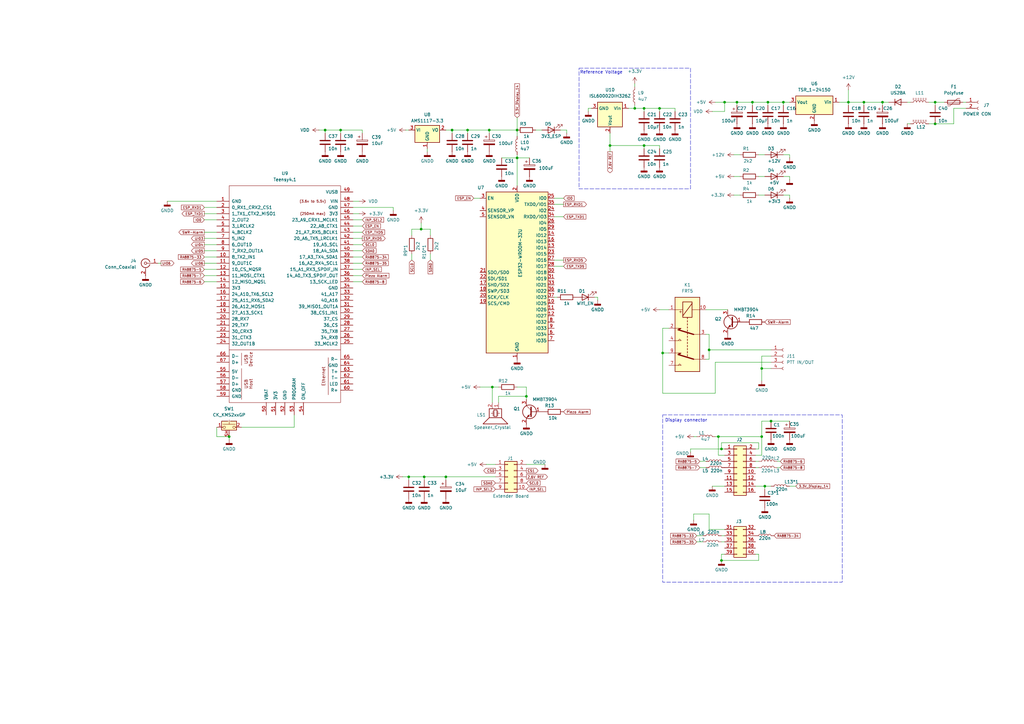
<source format=kicad_sch>
(kicad_sch (version 20250114) (generator "eeschema") (generator_version "9.0")
  (paper "A3")
  (title_block (rev "3.6"))
  (lib_symbols
    (symbol "Conn_02x05_Odd_Even_1" (pin_names (offset 1.016) (hide yes))
      (property "Reference" "J3" (at 1.27 11.43 0))
      (property "Value" "Conn_02x05_Odd_Even" (at 1.27 8.89 0))
      (symbol "Conn_02x05_Odd_Even_1_1_1"
        (pin passive line (at -5.08 5.08 0) (length 3.81) (name "Pin_1") (number "31"))
        (pin passive line (at -5.08 2.54 0) (length 3.81) (name "Pin_3") (number "33"))
        (pin passive line (at -5.08 0 0) (length 3.81) (name "Pin_5") (number "35"))
        (pin passive line (at -5.08 -2.54 0) (length 3.81) (name "Pin_7") (number "37"))
        (pin passive line (at -5.08 -5.08 0) (length 3.81) (name "Pin_9") (number "39"))
        (pin passive line (at 7.62 5.08 180) (length 3.81) (name "Pin_2") (number "32"))
        (pin passive line (at 7.62 2.54 180) (length 3.81) (name "Pin_4") (number "34"))
        (pin passive line (at 7.62 0 180) (length 3.81) (name "Pin_6") (number "36"))
        (pin passive line (at 7.62 -2.54 180) (length 3.81) (name "Pin_8") (number "38"))
        (pin passive line (at 7.62 -5.08 180) (length 3.81) (name "Pin_10") (number "40"))
      )
    )
    (symbol "Connector:Conn_01x02_Socket" (pin_names (offset 1.016) (hide yes))
      (property "Reference" "J" (at 0 2.54 0))
      (property "Value" "Conn_01x02_Socket" (at 0 -5.08 0))
      (symbol "Conn_01x02_Socket_1_1"
        (pin passive line (at -5.08 0 0) (length 3.81) (name "Pin_1") (number "1"))
        (pin passive line (at -5.08 -2.54 0) (length 3.81) (name "Pin_2") (number "2"))
      )
    )
    (symbol "Connector:Conn_01x04_Socket" (pin_names (offset 1.016) (hide yes))
      (property "Reference" "J" (at 0 5.08 0))
      (property "Value" "Conn_01x04_Socket" (at 0 -7.62 0))
      (symbol "Conn_01x04_Socket_1_1"
        (pin passive line (at -5.08 2.54 0) (length 3.81) (name "Pin_1") (number "1"))
        (pin passive line (at -5.08 0 0) (length 3.81) (name "Pin_2") (number "2"))
        (pin passive line (at -5.08 -2.54 0) (length 3.81) (name "Pin_3") (number "3"))
        (pin passive line (at -5.08 -5.08 0) (length 3.81) (name "Pin_4") (number "4"))
      )
    )
    (symbol "Connector:Conn_Coaxial" (pin_names (offset 1.016) (hide yes))
      (property "Reference" "J" (at 0.254 3.048 0))
      (property "Value" "Conn_Coaxial" (at 2.921 0 90))
      (symbol "Conn_Coaxial_1_1"
        (pin passive line (at -5.08 0 0) (length 2.54) (name "In") (number "1"))
        (pin passive line (at 0 -5.08 90) (length 2.54) (name "Ext") (number "2"))
      )
    )
    (symbol "Connector_Generic:Conn_02x05_Odd_Even" (pin_names (offset 1.016) (hide yes))
      (property "Reference" "J" (at 1.27 7.62 0))
      (property "Value" "Conn_02x05_Odd_Even" (at 1.27 -7.62 0))
      (symbol "Conn_02x05_Odd_Even_1_1"
        (pin passive line (at -5.08 5.08 0) (length 3.81) (name "Pin_1") (number "1"))
        (pin passive line (at -5.08 2.54 0) (length 3.81) (name "Pin_3") (number "3"))
        (pin passive line (at -5.08 0 0) (length 3.81) (name "Pin_5") (number "5"))
        (pin passive line (at -5.08 -2.54 0) (length 3.81) (name "Pin_7") (number "7"))
        (pin passive line (at -5.08 -5.08 0) (length 3.81) (name "Pin_9") (number "9"))
        (pin passive line (at 7.62 5.08 180) (length 3.81) (name "Pin_2") (number "2"))
        (pin passive line (at 7.62 2.54 180) (length 3.81) (name "Pin_4") (number "4"))
        (pin passive line (at 7.62 0 180) (length 3.81) (name "Pin_6") (number "6"))
        (pin passive line (at 7.62 -2.54 180) (length 3.81) (name "Pin_8") (number "8"))
        (pin passive line (at 7.62 -5.08 180) (length 3.81) (name "Pin_10") (number "10"))
      )
    )
    (symbol "Connector_Generic:Conn_02x08_Odd_Even" (pin_names (offset 1.016) (hide yes))
      (property "Reference" "J" (at 1.27 10.16 0))
      (property "Value" "Conn_02x08_Odd_Even" (at 1.27 -12.7 0))
      (symbol "Conn_02x08_Odd_Even_1_1"
        (pin passive line (at -5.08 7.62 0) (length 3.81) (name "Pin_1") (number "1"))
        (pin passive line (at -5.08 5.08 0) (length 3.81) (name "Pin_3") (number "3"))
        (pin passive line (at -5.08 2.54 0) (length 3.81) (name "Pin_5") (number "5"))
        (pin passive line (at -5.08 0 0) (length 3.81) (name "Pin_7") (number "7"))
        (pin passive line (at -5.08 -2.54 0) (length 3.81) (name "Pin_9") (number "9"))
        (pin passive line (at -5.08 -5.08 0) (length 3.81) (name "Pin_11") (number "11"))
        (pin passive line (at -5.08 -7.62 0) (length 3.81) (name "Pin_13") (number "13"))
        (pin passive line (at -5.08 -10.16 0) (length 3.81) (name "Pin_15") (number "15"))
        (pin passive line (at 7.62 7.62 180) (length 3.81) (name "Pin_2") (number "2"))
        (pin passive line (at 7.62 5.08 180) (length 3.81) (name "Pin_4") (number "4"))
        (pin passive line (at 7.62 2.54 180) (length 3.81) (name "Pin_6") (number "6"))
        (pin passive line (at 7.62 0 180) (length 3.81) (name "Pin_8") (number "8"))
        (pin passive line (at 7.62 -2.54 180) (length 3.81) (name "Pin_10") (number "10"))
        (pin passive line (at 7.62 -5.08 180) (length 3.81) (name "Pin_12") (number "12"))
        (pin passive line (at 7.62 -7.62 180) (length 3.81) (name "Pin_14") (number "14"))
        (pin passive line (at 7.62 -10.16 180) (length 3.81) (name "Pin_16") (number "16"))
      )
    )
    (symbol "Device:C" (pin_numbers (hide yes)) (pin_names (offset 0.254))
      (property "Reference" "C" (at 0.635 2.54 0))
      (property "Value" "C" (at 0.635 -2.54 0))
      (symbol "C_1_1"
        (pin passive line (at 0 3.81 270) (length 2.794) (name "~") (number "1"))
        (pin passive line (at 0 -3.81 90) (length 2.794) (name "~") (number "2"))
      )
    )
    (symbol "Device:C_Polarized" (pin_numbers (hide yes)) (pin_names (offset 0.254))
      (property "Reference" "C" (at 0.635 2.54 0))
      (property "Value" "C_Polarized" (at 0.635 -2.54 0))
      (symbol "C_Polarized_1_1"
        (pin passive line (at 0 3.81 270) (length 2.794) (name "~") (number "1"))
        (pin passive line (at 0 -3.81 90) (length 2.794) (name "~") (number "2"))
      )
    )
    (symbol "Device:L" (pin_numbers (hide yes)) (pin_names (offset 1.016) (hide yes))
      (property "Reference" "L" (at -1.27 0 90))
      (property "Value" "L" (at 1.905 0 90))
      (symbol "L_1_1"
        (pin passive line (at 0 3.81 270) (length 1.27) (name "1") (number "1"))
        (pin passive line (at 0 -3.81 90) (length 1.27) (name "2") (number "2"))
      )
    )
    (symbol "Device:LED" (pin_numbers (hide yes)) (pin_names (offset 1.016) (hide yes))
      (property "Reference" "D" (at 0 2.54 0))
      (property "Value" "LED" (at 0 -2.54 0))
      (symbol "LED_1_1"
        (pin passive line (at -3.81 0 0) (length 2.54) (name "K") (number "1"))
        (pin passive line (at 3.81 0 180) (length 2.54) (name "A") (number "2"))
      )
    )
    (symbol "Device:L_Ferrite" (pin_numbers (hide yes)) (pin_names (offset 1.016) (hide yes))
      (property "Reference" "L" (at -1.27 0 90))
      (property "Value" "L_Ferrite" (at 2.794 0 90))
      (symbol "L_Ferrite_1_1"
        (pin passive line (at 0 3.81 270) (length 1.27) (name "1") (number "1"))
        (pin passive line (at 0 -3.81 90) (length 1.27) (name "2") (number "2"))
      )
    )
    (symbol "Device:Polyfuse" (pin_numbers (hide yes)) (pin_names (offset 0))
      (property "Reference" "F" (at -2.54 0 90))
      (property "Value" "Polyfuse" (at 2.54 0 90))
      (symbol "Polyfuse_1_1"
        (pin passive line (at 0 3.81 270) (length 1.27) (name "~") (number "1"))
        (pin passive line (at 0 -3.81 90) (length 1.27) (name "~") (number "2"))
      )
    )
    (symbol "Device:Speaker_Crystal" (pin_names (offset 0) (hide yes))
      (property "Reference" "LS" (at 0.635 5.715 0))
      (property "Value" "Speaker_Crystal" (at 0.635 3.81 0))
      (symbol "Speaker_Crystal_1_1"
        (pin input line (at -5.08 0 0) (length 2.54) (name "1") (number "1"))
        (pin input line (at -5.08 -2.54 0) (length 2.54) (name "2") (number "2"))
      )
    )
    (symbol "Diode:US2BA" (pin_numbers (hide yes)) (pin_names (hide yes))
      (property "Reference" "D" (at 0 2.54 0))
      (property "Value" "US2BA" (at 0 -2.54 0))
      (symbol "US2BA_1_1"
        (pin passive line (at -3.81 0 0) (length 2.54) (name "K") (number "1"))
        (pin passive line (at 3.81 0 180) (length 2.54) (name "A") (number "2"))
      )
    )
    (symbol "RF_Module:ESP32-WROOM-32"
      (property "Reference" "U" (at -12.7 34.29 0))
      (property "Value" "ESP32-WROOM-32" (at 1.27 34.29 0))
      (symbol "ESP32-WROOM-32_1_1"
        (pin input line (at -15.24 30.48 0) (length 2.54) (name "EN") (number "3"))
        (pin input line (at -15.24 25.4 0) (length 2.54) (name "SENSOR_VP") (number "4"))
        (pin input line (at -15.24 22.86 0) (length 2.54) (name "SENSOR_VN") (number "5"))
        (pin bidirectional line (at -15.24 0 0) (length 2.54) (name "SDO/SD0") (number "21"))
        (pin bidirectional line (at -15.24 -2.54 0) (length 2.54) (name "SDI/SD1") (number "22"))
        (pin bidirectional line (at -15.24 -5.08 0) (length 2.54) (name "SHD/SD2") (number "17"))
        (pin bidirectional line (at -15.24 -7.62 0) (length 2.54) (name "SWP/SD3") (number "18"))
        (pin bidirectional line (at -15.24 -10.16 0) (length 2.54) (name "SCK/CLK") (number "20"))
        (pin bidirectional line (at -15.24 -12.7 0) (length 2.54) (name "SCS/CMD") (number "19"))
        (pin no_connect line (at -12.7 -27.94 0) (length 2.54) (hide yes) (name "NC") (number "32"))
        (pin power_in line (at 0 35.56 270) (length 2.54) (name "VDD") (number "2"))
        (pin power_in line (at 0 -35.56 90) (length 2.54) (name "GND") (number "1"))
        (pin passive line (at 0 -35.56 90) (length 2.54) (hide yes) (name "GND") (number "15"))
        (pin passive line (at 0 -35.56 90) (length 2.54) (hide yes) (name "GND") (number "38"))
        (pin passive line (at 0 -35.56 90) (length 2.54) (hide yes) (name "GND") (number "39"))
        (pin bidirectional line (at 15.24 30.48 180) (length 2.54) (name "IO0") (number "25"))
        (pin bidirectional line (at 15.24 27.94 180) (length 2.54) (name "TXD0/IO1") (number "35"))
        (pin bidirectional line (at 15.24 25.4 180) (length 2.54) (name "IO2") (number "24"))
        (pin bidirectional line (at 15.24 22.86 180) (length 2.54) (name "RXD0/IO3") (number "34"))
        (pin bidirectional line (at 15.24 20.32 180) (length 2.54) (name "IO4") (number "26"))
        (pin bidirectional line (at 15.24 17.78 180) (length 2.54) (name "IO5") (number "29"))
        (pin bidirectional line (at 15.24 15.24 180) (length 2.54) (name "IO12") (number "14"))
        (pin bidirectional line (at 15.24 12.7 180) (length 2.54) (name "IO13") (number "16"))
        (pin bidirectional line (at 15.24 10.16 180) (length 2.54) (name "IO14") (number "13"))
        (pin bidirectional line (at 15.24 7.62 180) (length 2.54) (name "IO15") (number "23"))
        (pin bidirectional line (at 15.24 5.08 180) (length 2.54) (name "IO16") (number "27"))
        (pin bidirectional line (at 15.24 2.54 180) (length 2.54) (name "IO17") (number "28"))
        (pin bidirectional line (at 15.24 0 180) (length 2.54) (name "IO18") (number "30"))
        (pin bidirectional line (at 15.24 -2.54 180) (length 2.54) (name "IO19") (number "31"))
        (pin bidirectional line (at 15.24 -5.08 180) (length 2.54) (name "IO21") (number "33"))
        (pin bidirectional line (at 15.24 -7.62 180) (length 2.54) (name "IO22") (number "36"))
        (pin bidirectional line (at 15.24 -10.16 180) (length 2.54) (name "IO23") (number "37"))
        (pin bidirectional line (at 15.24 -12.7 180) (length 2.54) (name "IO25") (number "10"))
        (pin bidirectional line (at 15.24 -15.24 180) (length 2.54) (name "IO26") (number "11"))
        (pin bidirectional line (at 15.24 -17.78 180) (length 2.54) (name "IO27") (number "12"))
        (pin bidirectional line (at 15.24 -20.32 180) (length 2.54) (name "IO32") (number "8"))
        (pin bidirectional line (at 15.24 -22.86 180) (length 2.54) (name "IO33") (number "9"))
        (pin input line (at 15.24 -25.4 180) (length 2.54) (name "IO34") (number "6"))
        (pin input line (at 15.24 -27.94 180) (length 2.54) (name "IO35") (number "7"))
      )
    )
    (symbol "Reference_Voltage:ISL21070CIH325Z-TK"
      (property "Reference" "U" (at -0.635 8.255 0))
      (property "Value" "ISL21070CIH325Z-TK" (at -1.905 6.35 0))
      (symbol "ISL21070CIH325Z-TK_1_1"
        (pin power_in line (at -2.54 7.62 270) (length 2.54) (name "Vin") (number "1"))
        (pin power_in line (at -2.54 -7.62 90) (length 2.54) (name "GND") (number "3"))
        (pin power_out line (at 7.62 0 180) (length 2.54) (name "Vout") (number "2"))
      )
    )
    (symbol "Regulator_Linear:AMS1117-3.3"
      (property "Reference" "U" (at -3.81 3.175 0))
      (property "Value" "AMS1117-3.3" (at 0 3.175 0))
      (symbol "AMS1117-3.3_1_1"
        (pin power_in line (at -7.62 0 0) (length 2.54) (name "VI") (number "3"))
        (pin power_in line (at 0 -7.62 90) (length 2.54) (name "GND") (number "1"))
        (pin power_out line (at 7.62 0 180) (length 2.54) (name "VO") (number "2"))
      )
    )
    (symbol "Regulator_Switching:TSR_1-24150"
      (property "Reference" "U" (at -7.62 6.35 0))
      (property "Value" "TSR_1-24150" (at -1.27 6.35 0))
      (symbol "TSR_1-24150_1_1"
        (pin power_in line (at -10.16 2.54 0) (length 2.54) (name "Vin") (number "1"))
        (pin power_in line (at 0 -5.08 90) (length 2.54) (name "GND") (number "2"))
        (pin power_out line (at 10.16 2.54 180) (length 2.54) (name "Vout") (number "3"))
      )
    )
    (symbol "Relay:FRT5"
      (property "Reference" "K" (at 16.51 3.81 0))
      (property "Value" "FRT5" (at 16.51 1.27 0))
      (symbol "FRT5_0_0"
        (text "+" (at -9.271 2.921 0) (effects (font (size 1.27 1.27))))
      )
      (symbol "FRT5_1_1"
        (pin passive line (at -10.16 7.62 270) (length 2.54) (name "~") (number "1"))
        (pin passive line (at -10.16 -7.62 90) (length 2.54) (name "~") (number "10"))
        (pin passive line (at -2.54 7.62 270) (length 2.54) (name "~") (number "2"))
        (pin passive line (at 0 -7.62 90) (length 2.54) (name "~") (number "3"))
        (pin passive line (at 2.54 7.62 270) (length 2.54) (name "~") (number "4"))
        (pin passive line (at 7.62 7.62 270) (length 2.54) (name "~") (number "9"))
        (pin passive line (at 10.16 -7.62 90) (length 2.54) (name "~") (number "8"))
        (pin passive line (at 12.7 7.62 270) (length 2.54) (name "~") (number "7"))
      )
    )
    (symbol "Switch:CK_KMS2xxGP" (pin_names (offset 1.016) (hide yes))
      (property "Reference" "SW" (at 4.318 2.032 0))
      (property "Value" "CK_KMS2xxGP" (at 0 4.572 0))
      (symbol "CK_KMS2xxGP_0_1"
        (pin passive line (at -5.08 0 0) (length 2.54) (name "1") (number "1"))
        (pin passive line (at 5.08 0 180) (length 2.54) (name "2") (number "2"))
      )
      (symbol "CK_KMS2xxGP_1_1"
        (pin passive line (at 0 -3.81 90) (length 2.54) (name "B") (number "SH"))
      )
    )
    (symbol "Transistor_BJT:MMBT3904" (pin_names (offset 0) (hide yes))
      (property "Reference" "Q" (at 5.08 1.905 0))
      (property "Value" "MMBT3904" (at 5.08 0 0))
      (symbol "MMBT3904_1_1"
        (pin input line (at -5.08 0 0) (length 5.715) (name "B") (number "1"))
        (pin passive line (at 2.54 5.08 270) (length 2.54) (name "C") (number "3"))
        (pin passive line (at 2.54 -5.08 90) (length 2.54) (name "E") (number "2"))
      )
    )
    (symbol "dual_rotary_encoder_switch:R" (pin_numbers (hide yes)) (pin_names (offset 0))
      (property "Reference" "R" (at 2.032 0 90))
      (property "Value" "R" (at 0 0 90))
      (symbol "R_1_1"
        (pin passive line (at 0 3.81 270) (length 1.27) (name "~") (number "1"))
        (pin passive line (at 0 -3.81 90) (length 1.27) (name "~") (number "2"))
      )
    )
    (symbol "power:+12V" (power) (pin_numbers (hide yes)) (pin_names (offset 0) (hide yes))
      (property "Value" "+12V" (at 0 3.556 0))
      (symbol "+12V_1_1"
        (pin power_in line (at 0 0 90) (length 0) (name "~") (number "1"))
      )
    )
    (symbol "power:+3.3V" (power) (pin_numbers (hide yes)) (pin_names (offset 0) (hide yes))
      (property "Value" "+3.3V" (at 0 3.556 0))
      (symbol "+3.3V_1_1"
        (pin power_in line (at 0 0 90) (length 0) (name "~") (number "1"))
      )
    )
    (symbol "power:+5V" (power) (pin_numbers (hide yes)) (pin_names (offset 0) (hide yes))
      (property "Value" "+5V" (at 0 3.556 0))
      (symbol "+5V_1_1"
        (pin power_in line (at 0 0 90) (length 0) (name "~") (number "1"))
      )
    )
    (symbol "power:GNDD" (power) (pin_numbers (hide yes)) (pin_names (offset 0) (hide yes))
      (property "Value" "GNDD" (at 0 -3.175 0))
      (symbol "GNDD_1_1"
        (pin power_in line (at 0 0 270) (length 0) (name "~") (number "1"))
      )
    )
    (symbol "power:VDD" (power) (pin_numbers (hide yes)) (pin_names (offset 0) (hide yes))
      (property "Value" "VDD" (at 0 3.556 0))
      (symbol "VDD_1_1"
        (pin power_in line (at 0 0 90) (length 0) (name "~") (number "1"))
      )
    )
    (symbol "teensy:Teensy4.1" (pin_names (offset 1.016))
      (property "Reference" "U" (at 0 64.77 0))
      (property "Value" "Teensy4.1" (at 0 62.23 0))
      (symbol "Teensy4.1_0_0"
        (text "USB" (at -15.875 -10.16 900) (effects (font (size 1.27 1.27))))
        (text "USB" (at -15.875 -20.32 900) (effects (font (size 1.27 1.27))))
        (text "Device" (at -13.97 -10.16 900) (effects (font (size 1.27 1.27))))
        (text "Host" (at -13.97 -20.32 900) (effects (font (size 1.27 1.27))))
        (text "(3.6v to 5.5v)" (at 11.43 54.61 0) (effects (font (size 1.016 1.016))))
        (text "(250mA max)" (at 11.43 49.53 0) (effects (font (size 1.016 1.016))))
        (text "Ethernet" (at 15.875 -17.145 900) (effects (font (size 1.27 1.27))))
        (pin bidirectional line (at -27.94 44.45 0) (length 5.08) (name "3_LRCLK2") (number "5"))
        (pin bidirectional line (at -27.94 41.91 0) (length 5.08) (name "4_BCLK2") (number "6"))
        (pin bidirectional line (at -27.94 39.37 0) (length 5.08) (name "5_IN2") (number "7"))
        (pin bidirectional line (at -27.94 36.83 0) (length 5.08) (name "6_OUT1D") (number "8"))
        (pin bidirectional line (at -27.94 34.29 0) (length 5.08) (name "7_RX2_OUT1A") (number "9"))
        (pin bidirectional line (at -27.94 31.75 0) (length 5.08) (name "8_TX2_IN1") (number "10"))
        (pin bidirectional line (at -27.94 29.21 0) (length 5.08) (name "9_OUT1C") (number "11"))
        (pin bidirectional line (at -27.94 26.67 0) (length 5.08) (name "10_CS_MQSR") (number "12"))
        (pin bidirectional line (at -27.94 24.13 0) (length 5.08) (name "11_MOSI_CTX1") (number "13"))
        (pin bidirectional line (at -27.94 21.59 0) (length 5.08) (name "12_MISO_MQSL") (number "14"))
        (pin power_in line (at -27.94 19.05 0) (length 5.08) (name "3V3") (number "15"))
        (pin bidirectional line (at -27.94 16.51 0) (length 5.08) (name "24_A10_TX6_SCL2") (number "16"))
        (pin bidirectional line (at -27.94 13.97 0) (length 5.08) (name "25_A11_RX6_SDA2") (number "17"))
        (pin bidirectional line (at -27.94 11.43 0) (length 5.08) (name "26_A12_MOSI1") (number "18"))
        (pin bidirectional line (at -27.94 8.89 0) (length 5.08) (name "27_A13_SCK1") (number "19"))
        (pin bidirectional line (at -27.94 6.35 0) (length 5.08) (name "28_RX7") (number "20"))
        (pin bidirectional line (at -27.94 3.81 0) (length 5.08) (name "29_TX7") (number "21"))
        (pin bidirectional line (at -27.94 1.27 0) (length 5.08) (name "30_CRX3") (number "22"))
        (pin bidirectional line (at -27.94 -1.27 0) (length 5.08) (name "31_CTX3") (number "23"))
        (pin bidirectional line (at -27.94 -3.81 0) (length 5.08) (name "32_OUT1B") (number "24"))
        (pin bidirectional line (at -27.94 -8.89 0) (length 5.08) (name "D-") (number "66"))
        (pin bidirectional line (at -27.94 -11.43 0) (length 5.08) (name "D+") (number "67"))
        (pin power_out line (at -27.94 -15.24 0) (length 5.08) (name "5V") (number "55"))
        (pin bidirectional line (at -27.94 -17.78 0) (length 5.08) (name "D-") (number "56"))
        (pin bidirectional line (at -27.94 -20.32 0) (length 5.08) (name "D+") (number "57"))
        (pin power_in line (at -27.94 -22.86 0) (length 5.08) (name "GND") (number "58"))
        (pin power_in line (at -27.94 -25.4 0) (length 5.08) (name "GND") (number "59"))
        (pin power_in line (at -7.62 -33.02 90) (length 5.08) (name "VBAT") (number "50"))
        (pin power_in line (at -3.81 -33.02 90) (length 5.08) (name "3V3") (number "51"))
        (pin input line (at 0 -33.02 90) (length 5.08) (name "GND") (number "52"))
        (pin input line (at 3.81 -33.02 90) (length 5.08) (name "PROGRAM") (number "53"))
        (pin input line (at 7.62 -33.02 90) (length 5.08) (name "ON_OFF") (number "54"))
        (pin power_out line (at 27.94 58.42 180) (length 5.08) (name "VUSB") (number "49"))
        (pin power_in line (at 27.94 54.61 180) (length 5.08) (name "VIN") (number "48"))
        (pin output line (at 27.94 52.07 180) (length 5.08) (name "GND") (number "47"))
        (pin output line (at 27.94 49.53 180) (length 5.08) (name "3V3") (number "46"))
        (pin bidirectional line (at 27.94 46.99 180) (length 5.08) (name "23_A9_CRX1_MCLK1") (number "45"))
        (pin bidirectional line (at 27.94 44.45 180) (length 5.08) (name "22_A8_CTX1") (number "44"))
        (pin bidirectional line (at 27.94 41.91 180) (length 5.08) (name "21_A7_RX5_BCLK1") (number "43"))
        (pin bidirectional line (at 27.94 39.37 180) (length 5.08) (name "20_A6_TX5_LRCLK1") (number "42"))
        (pin bidirectional line (at 27.94 36.83 180) (length 5.08) (name "19_A5_SCL") (number "41"))
        (pin bidirectional line (at 27.94 34.29 180) (length 5.08) (name "18_A4_SDA") (number "40"))
        (pin bidirectional line (at 27.94 31.75 180) (length 5.08) (name "17_A3_TX4_SDA1") (number "39"))
        (pin bidirectional line (at 27.94 29.21 180) (length 5.08) (name "16_A2_RX4_SCL1") (number "38"))
        (pin bidirectional line (at 27.94 26.67 180) (length 5.08) (name "15_A1_RX3_SPDIF_IN") (number "37"))
        (pin bidirectional line (at 27.94 24.13 180) (length 5.08) (name "14_A0_TX3_SPDIF_OUT") (number "36"))
        (pin bidirectional line (at 27.94 21.59 180) (length 5.08) (name "13_SCK_LED") (number "35"))
        (pin bidirectional line (at 27.94 16.51 180) (length 5.08) (name "41_A17") (number "33"))
        (pin bidirectional line (at 27.94 13.97 180) (length 5.08) (name "40_A16") (number "32"))
        (pin bidirectional line (at 27.94 11.43 180) (length 5.08) (name "39_MISO1_OUT1A") (number "31"))
        (pin bidirectional line (at 27.94 8.89 180) (length 5.08) (name "38_CS1_IN1") (number "30"))
        (pin bidirectional line (at 27.94 6.35 180) (length 5.08) (name "37_CS") (number "29"))
        (pin bidirectional line (at 27.94 3.81 180) (length 5.08) (name "36_CS") (number "28"))
        (pin bidirectional line (at 27.94 1.27 180) (length 5.08) (name "35_TX8") (number "27"))
        (pin bidirectional line (at 27.94 -1.27 180) (length 5.08) (name "34_RX8") (number "26"))
        (pin bidirectional line (at 27.94 -3.81 180) (length 5.08) (name "33_MCLK2") (number "25"))
        (pin bidirectional line (at 27.94 -10.16 180) (length 5.08) (name "R-") (number "65"))
        (pin power_in line (at 27.94 -12.7 180) (length 5.08) (name "GND") (number "64"))
        (pin bidirectional line (at 27.94 -15.24 180) (length 5.08) (name "T+") (number "63"))
        (pin bidirectional line (at 27.94 -17.78 180) (length 5.08) (name "T-") (number "62"))
        (pin bidirectional line (at 27.94 -20.32 180) (length 5.08) (name "LED") (number "61"))
        (pin bidirectional line (at 27.94 -22.86 180) (length 5.08) (name "R+") (number "60"))
      )
      (symbol "Teensy4.1_1_1"
        (pin power_in line (at -27.94 54.61 0) (length 5.08) (name "GND") (number "1"))
        (pin bidirectional line (at -27.94 52.07 0) (length 5.08) (name "0_RX1_CRX2_CS1") (number "2"))
        (pin bidirectional line (at -27.94 49.53 0) (length 5.08) (name "1_TX1_CTX2_MISO1") (number "3"))
        (pin bidirectional line (at -27.94 46.99 0) (length 5.08) (name "2_OUT2") (number "4"))
        (pin power_in line (at 27.94 19.05 180) (length 5.08) (name "GND") (number "34"))
      )
    )
  )
  (rectangle (start 271.78 170.18) (end 345.44 238.76) (stroke (width 0) (type dash)))
  (rectangle (start 237.49 27.94) (end 283.21 77.47) (stroke (width 0) (type dash)))
  (text "Display connector" (at 281.432 172.466 0) (effects (font (size 1.27 1.27))))
  (text "Reference Voltage" (at 246.634 29.718 0) (effects (font (size 1.27 1.27))))
  (junction (at 295.91 229.87))
  (junction (at 361.95 41.91))
  (junction (at 191.77 53.34))
  (junction (at 314.96 41.91))
  (junction (at 294.64 179.07))
  (junction (at 316.23 172.72))
  (junction (at 264.16 59.69))
  (junction (at 182.88 195.58))
  (junction (at 312.42 179.07))
  (junction (at 290.83 143.51))
  (junction (at 200.66 53.34))
  (junction (at 260.35 44.45))
  (junction (at 354.33 41.91))
  (junction (at 308.61 41.91))
  (junction (at 93.98 179.07))
  (junction (at 295.91 184.15))
  (junction (at 201.93 158.75))
  (junction (at 212.09 53.34))
  (junction (at 321.31 41.91))
  (junction (at 212.09 64.77))
  (junction (at 172.72 93.98))
  (junction (at 302.26 41.91))
  (junction (at 383.54 41.91))
  (junction (at 271.78 144.78))
  (junction (at 250.19 59.69))
  (junction (at 347.98 41.91))
  (junction (at 312.42 151.13))
  (junction (at 133.35 53.34))
  (junction (at 215.9 162.56))
  (junction (at 383.54 50.8))
  (junction (at 264.16 44.45))
  (junction (at 139.7 53.34))
  (junction (at 270.51 44.45))
  (junction (at 313.69 199.39))
  (junction (at 173.99 195.58))
  (junction (at 167.64 195.58))
  (junction (at 297.18 41.91))
  (junction (at 185.42 53.34))
  (wire (pts (xy 383.54 41.91) (xy 383.54 43.18)))
  (wire (pts (xy 212.09 158.75) (xy 215.9 158.75)))
  (wire (pts (xy 264.16 59.69) (xy 270.51 59.69)))
  (wire (pts (xy 243.84 121.92) (xy 245.11 121.92)))
  (wire (pts (xy 227.33 121.92) (xy 228.6 121.92)))
  (wire (pts (xy 144.78 87.63) (xy 147.32 87.63)))
  (wire (pts (xy 227.33 106.68) (xy 231.14 106.68)))
  (wire (pts (xy 297.18 45.72) (xy 297.18 41.91)))
  (wire (pts (xy 148.59 110.49) (xy 144.78 110.49)))
  (wire (pts (xy 241.3 44.45) (xy 241.3 45.72)))
  (wire (pts (xy 139.7 53.34) (xy 139.7 54.61)))
  (wire (pts (xy 293.37 148.59) (xy 293.37 161.29)))
  (wire (pts (xy 250.19 54.61) (xy 250.19 59.69)))
  (wire (pts (xy 300.99 80.01) (xy 303.53 80.01)))
  (wire (pts (xy 295.91 229.87) (xy 311.15 229.87)))
  (wire (pts (xy 314.96 41.91) (xy 314.96 43.18)))
  (wire (pts (xy 323.85 63.5) (xy 323.85 64.77)))
  (wire (pts (xy 166.37 53.34) (xy 167.64 53.34)))
  (wire (pts (xy 312.42 146.05) (xy 312.42 151.13)))
  (wire (pts (xy 318.77 189.23) (xy 320.04 189.23)))
  (wire (pts (xy 347.98 41.91) (xy 354.33 41.91)))
  (wire (pts (xy 148.59 102.87) (xy 144.78 102.87)))
  (wire (pts (xy 99.06 175.26) (xy 120.65 175.26)))
  (wire (pts (xy 83.82 87.63) (xy 88.9 87.63)))
  (wire (pts (xy 83.82 90.17) (xy 88.9 90.17)))
  (wire (pts (xy 361.95 41.91) (xy 361.95 43.18)))
  (wire (pts (xy 313.69 199.39) (xy 313.69 200.66)))
  (wire (pts (xy 212.09 64.77) (xy 212.09 76.2)))
  (wire (pts (xy 292.1 45.72) (xy 297.18 45.72)))
  (wire (pts (xy 290.83 147.32) (xy 290.83 143.51)))
  (wire (pts (xy 290.83 143.51) (xy 316.23 143.51)))
  (wire (pts (xy 321.31 80.01) (xy 323.85 80.01)))
  (wire (pts (xy 323.85 199.39) (xy 326.39 199.39)))
  (wire (pts (xy 383.54 50.8) (xy 391.16 50.8)))
  (wire (pts (xy 148.59 115.57) (xy 144.78 115.57)))
  (wire (pts (xy 391.16 44.45) (xy 396.24 44.45)))
  (wire (pts (xy 312.42 179.07) (xy 312.42 172.72)))
  (wire (pts (xy 295.91 227.33) (xy 295.91 229.87)))
  (wire (pts (xy 148.59 100.33) (xy 144.78 100.33)))
  (wire (pts (xy 289.56 137.16) (xy 290.83 137.16)))
  (wire (pts (xy 293.37 179.07) (xy 294.64 179.07)))
  (wire (pts (xy 347.98 36.83) (xy 347.98 41.91)))
  (wire (pts (xy 173.99 195.58) (xy 173.99 196.85)))
  (wire (pts (xy 271.78 161.29) (xy 293.37 161.29)))
  (wire (pts (xy 148.59 53.34) (xy 148.59 54.61)))
  (wire (pts (xy 323.85 41.91) (xy 321.31 41.91)))
  (wire (pts (xy 387.35 41.91) (xy 383.54 41.91)))
  (wire (pts (xy 83.82 107.95) (xy 88.9 107.95)))
  (wire (pts (xy 167.64 195.58) (xy 173.99 195.58)))
  (wire (pts (xy 83.82 105.41) (xy 88.9 105.41)))
  (wire (pts (xy 88.9 175.26) (xy 88.9 179.07)))
  (wire (pts (xy 83.82 113.03) (xy 88.9 113.03)))
  (wire (pts (xy 144.78 95.25) (xy 148.59 95.25)))
  (wire (pts (xy 289.56 127) (xy 298.45 127)))
  (wire (pts (xy 309.88 199.39) (xy 313.69 199.39)))
  (wire (pts (xy 227.33 81.28) (xy 231.14 81.28)))
  (wire (pts (xy 354.33 41.91) (xy 354.33 43.18)))
  (wire (pts (xy 182.88 195.58) (xy 182.88 196.85)))
  (wire (pts (xy 313.69 199.39) (xy 316.23 199.39)))
  (wire (pts (xy 83.82 85.09) (xy 88.9 85.09)))
  (wire (pts (xy 242.57 44.45) (xy 241.3 44.45)))
  (wire (pts (xy 311.15 191.77) (xy 309.88 191.77)))
  (wire (pts (xy 144.78 82.55) (xy 147.32 82.55)))
  (wire (pts (xy 215.9 158.75) (xy 215.9 162.56)))
  (wire (pts (xy 229.87 53.34) (xy 232.41 53.34)))
  (wire (pts (xy 323.85 80.01) (xy 323.85 81.28)))
  (wire (pts (xy 290.83 210.82) (xy 290.83 217.17)))
  (wire (pts (xy 321.31 63.5) (xy 323.85 63.5)))
  (wire (pts (xy 120.65 175.26) (xy 120.65 170.18)))
  (wire (pts (xy 295.91 222.25) (xy 297.18 222.25)))
  (wire (pts (xy 311.15 227.33) (xy 309.88 227.33)))
  (wire (pts (xy 302.26 41.91) (xy 302.26 43.18)))
  (wire (pts (xy 232.41 53.34) (xy 232.41 54.61)))
  (wire (pts (xy 83.82 102.87) (xy 88.9 102.87)))
  (wire (pts (xy 83.82 115.57) (xy 88.9 115.57)))
  (wire (pts (xy 165.1 195.58) (xy 167.64 195.58)))
  (wire (pts (xy 182.88 53.34) (xy 185.42 53.34)))
  (wire (pts (xy 250.19 59.69) (xy 250.19 62.23)))
  (wire (pts (xy 270.51 127) (xy 274.32 127)))
  (wire (pts (xy 284.48 213.36) (xy 284.48 210.82)))
  (wire (pts (xy 212.09 63.5) (xy 212.09 64.77)))
  (wire (pts (xy 294.64 186.69) (xy 294.64 179.07)))
  (wire (pts (xy 144.78 97.79) (xy 148.59 97.79)))
  (wire (pts (xy 271.78 144.78) (xy 274.32 144.78)))
  (wire (pts (xy 257.81 44.45) (xy 260.35 44.45)))
  (wire (pts (xy 289.56 189.23) (xy 287.02 189.23)))
  (wire (pts (xy 144.78 113.03) (xy 148.59 113.03)))
  (wire (pts (xy 302.26 41.91) (xy 308.61 41.91)))
  (wire (pts (xy 83.82 97.79) (xy 88.9 97.79)))
  (wire (pts (xy 391.16 50.8) (xy 391.16 44.45)))
  (wire (pts (xy 318.77 191.77) (xy 320.04 191.77)))
  (wire (pts (xy 289.56 191.77) (xy 287.02 191.77)))
  (wire (pts (xy 227.33 83.82) (xy 231.14 83.82)))
  (wire (pts (xy 284.48 210.82) (xy 290.83 210.82)))
  (wire (pts (xy 264.16 44.45) (xy 270.51 44.45)))
  (wire (pts (xy 276.86 44.45) (xy 276.86 45.72)))
  (wire (pts (xy 264.16 44.45) (xy 264.16 45.72)))
  (wire (pts (xy 271.78 144.78) (xy 271.78 161.29)))
  (wire (pts (xy 133.35 53.34) (xy 133.35 54.61)))
  (wire (pts (xy 361.95 41.91) (xy 364.49 41.91)))
  (wire (pts (xy 144.78 92.71) (xy 148.59 92.71)))
  (wire (pts (xy 172.72 93.98) (xy 168.91 93.98)))
  (wire (pts (xy 196.85 158.75) (xy 201.93 158.75)))
  (wire (pts (xy 290.83 143.51) (xy 290.83 137.16)))
  (wire (pts (xy 295.91 181.61) (xy 295.91 184.15)))
  (wire (pts (xy 260.35 44.45) (xy 264.16 44.45)))
  (wire (pts (xy 321.31 72.39) (xy 323.85 72.39)))
  (wire (pts (xy 321.31 41.91) (xy 321.31 43.18)))
  (wire (pts (xy 172.72 91.44) (xy 172.72 93.98)))
  (wire (pts (xy 270.51 44.45) (xy 276.86 44.45)))
  (wire (pts (xy 191.77 53.34) (xy 191.77 54.61)))
  (wire (pts (xy 270.51 44.45) (xy 270.51 45.72)))
  (wire (pts (xy 212.09 64.77) (xy 217.17 64.77)))
  (wire (pts (xy 311.15 184.15) (xy 309.88 184.15)))
  (wire (pts (xy 394.97 41.91) (xy 396.24 41.91)))
  (wire (pts (xy 175.26 62.23) (xy 175.26 60.96)))
  (wire (pts (xy 311.15 72.39) (xy 313.69 72.39)))
  (wire (pts (xy 133.35 53.34) (xy 139.7 53.34)))
  (wire (pts (xy 312.42 172.72) (xy 316.23 172.72)))
  (wire (pts (xy 93.98 179.07) (xy 93.98 180.34)))
  (wire (pts (xy 219.71 53.34) (xy 222.25 53.34)))
  (wire (pts (xy 148.59 105.41) (xy 144.78 105.41)))
  (wire (pts (xy 311.15 189.23) (xy 309.88 189.23)))
  (wire (pts (xy 212.09 48.26) (xy 212.09 53.34)))
  (wire (pts (xy 167.64 195.58) (xy 167.64 196.85)))
  (wire (pts (xy 300.99 63.5) (xy 303.53 63.5)))
  (wire (pts (xy 204.47 162.56) (xy 215.9 162.56)))
  (wire (pts (xy 201.93 158.75) (xy 201.93 165.1)))
  (wire (pts (xy 83.82 100.33) (xy 88.9 100.33)))
  (wire (pts (xy 245.11 121.92) (xy 245.11 123.19)))
  (wire (pts (xy 300.99 72.39) (xy 303.53 72.39)))
  (wire (pts (xy 264.16 59.69) (xy 264.16 60.96)))
  (wire (pts (xy 215.9 190.5) (xy 223.52 190.5)))
  (wire (pts (xy 297.18 184.15) (xy 295.91 184.15)))
  (wire (pts (xy 283.21 184.15) (xy 295.91 184.15)))
  (wire (pts (xy 295.91 181.61) (xy 311.15 181.61)))
  (wire (pts (xy 260.35 43.18) (xy 260.35 44.45)))
  (wire (pts (xy 295.91 219.71) (xy 297.18 219.71)))
  (wire (pts (xy 176.53 96.52) (xy 176.53 93.98)))
  (wire (pts (xy 311.15 63.5) (xy 313.69 63.5)))
  (wire (pts (xy 323.85 72.39) (xy 323.85 73.66)))
  (wire (pts (xy 344.17 41.91) (xy 347.98 41.91)))
  (wire (pts (xy 289.56 147.32) (xy 290.83 147.32)))
  (wire (pts (xy 200.66 53.34) (xy 212.09 53.34)))
  (wire (pts (xy 372.11 50.8) (xy 373.38 50.8)))
  (wire (pts (xy 227.33 88.9) (xy 231.14 88.9)))
  (wire (pts (xy 148.59 107.95) (xy 144.78 107.95)))
  (wire (pts (xy 373.38 41.91) (xy 372.11 41.91)))
  (wire (pts (xy 381 50.8) (xy 383.54 50.8)))
  (wire (pts (xy 308.61 41.91) (xy 314.96 41.91)))
  (wire (pts (xy 297.18 41.91) (xy 302.26 41.91)))
  (wire (pts (xy 311.15 229.87) (xy 311.15 227.33)))
  (wire (pts (xy 312.42 151.13) (xy 312.42 156.21)))
  (wire (pts (xy 204.47 165.1) (xy 204.47 162.56)))
  (wire (pts (xy 205.74 64.77) (xy 212.09 64.77)))
  (wire (pts (xy 292.1 199.39) (xy 297.18 199.39)))
  (wire (pts (xy 161.29 85.09) (xy 161.29 86.36)))
  (wire (pts (xy 283.21 184.15) (xy 283.21 185.42)))
  (wire (pts (xy 215.9 162.56) (xy 215.9 163.83)))
  (wire (pts (xy 182.88 195.58) (xy 203.2 195.58)))
  (wire (pts (xy 271.78 134.62) (xy 271.78 144.78)))
  (wire (pts (xy 316.23 146.05) (xy 312.42 146.05)))
  (wire (pts (xy 270.51 59.69) (xy 270.51 60.96)))
  (wire (pts (xy 212.09 53.34) (xy 212.09 55.88)))
  (wire (pts (xy 88.9 179.07) (xy 93.98 179.07)))
  (wire (pts (xy 312.42 179.07) (xy 312.42 186.69)))
  (wire (pts (xy 168.91 106.68) (xy 168.91 104.14)))
  (wire (pts (xy 308.61 41.91) (xy 308.61 43.18)))
  (wire (pts (xy 227.33 109.22) (xy 231.14 109.22)))
  (wire (pts (xy 64.77 107.95) (xy 66.04 107.95)))
  (wire (pts (xy 250.19 59.69) (xy 264.16 59.69)))
  (wire (pts (xy 297.18 186.69) (xy 294.64 186.69)))
  (wire (pts (xy 83.82 95.25) (xy 88.9 95.25)))
  (wire (pts (xy 199.39 190.5) (xy 203.2 190.5)))
  (wire (pts (xy 83.82 110.49) (xy 88.9 110.49)))
  (wire (pts (xy 204.47 158.75) (xy 201.93 158.75)))
  (wire (pts (xy 173.99 195.58) (xy 182.88 195.58)))
  (wire (pts (xy 288.29 222.25) (xy 285.75 222.25)))
  (wire (pts (xy 293.37 41.91) (xy 297.18 41.91)))
  (wire (pts (xy 316.23 148.59) (xy 293.37 148.59)))
  (wire (pts (xy 176.53 93.98) (xy 172.72 93.98)))
  (wire (pts (xy 316.23 172.72) (xy 323.85 172.72)))
  (wire (pts (xy 176.53 106.68) (xy 176.53 104.14)))
  (wire (pts (xy 168.91 93.98) (xy 168.91 96.52)))
  (wire (pts (xy 200.66 53.34) (xy 200.66 54.61)))
  (wire (pts (xy 191.77 53.34) (xy 200.66 53.34)))
  (wire (pts (xy 194.31 81.28) (xy 196.85 81.28)))
  (wire (pts (xy 290.83 217.17) (xy 297.18 217.17)))
  (wire (pts (xy 144.78 85.09) (xy 161.29 85.09)))
  (wire (pts (xy 354.33 41.91) (xy 361.95 41.91)))
  (wire (pts (xy 139.7 53.34) (xy 148.59 53.34)))
  (wire (pts (xy 312.42 151.13) (xy 316.23 151.13)))
  (wire (pts (xy 347.98 41.91) (xy 347.98 43.18)))
  (wire (pts (xy 297.18 227.33) (xy 295.91 227.33)))
  (wire (pts (xy 185.42 53.34) (xy 185.42 54.61)))
  (wire (pts (xy 311.15 181.61) (xy 311.15 184.15)))
  (wire (pts (xy 274.32 134.62) (xy 271.78 134.62)))
  (wire (pts (xy 260.35 34.29) (xy 260.35 35.56)))
  (wire (pts (xy 311.15 80.01) (xy 313.69 80.01)))
  (wire (pts (xy 383.54 41.91) (xy 381 41.91)))
  (wire (pts (xy 294.64 179.07) (xy 312.42 179.07)))
  (wire (pts (xy 68.58 82.55) (xy 88.9 82.55)))
  (wire (pts (xy 185.42 53.34) (xy 191.77 53.34)))
  (wire (pts (xy 288.29 219.71) (xy 285.75 219.71)))
  (wire (pts (xy 130.81 53.34) (xy 133.35 53.34)))
  (wire (pts (xy 314.96 41.91) (xy 321.31 41.91)))
  (wire (pts (xy 144.78 90.17) (xy 148.59 90.17)))
  (wire (pts (xy 284.48 179.07) (xy 285.75 179.07)))
  (wire (pts (xy 312.42 186.69) (xy 309.88 186.69)))
  (global_label "RA8875-33" (shape input) (at 83.82 105.41 180) (effects (font (size 1 1))) (property "Intersheetrefs" "${INTERSHEET_REFS}" (effects (hide yes))))
  (global_label "ESP_RXD5" (shape output) (at 148.59 97.79 0) (effects (font (size 1 1))) (property "Intersheetrefs" "${INTERSHEET_REFS}" (effects (hide yes))))
  (global_label "RA8875-8" (shape input) (at 320.04 191.77 0) (effects (font (size 1 1))) (property "Intersheetrefs" "${INTERSHEET_REFS}" (effects (hide yes))))
  (global_label "ESP_RXD1" (shape input) (at 83.82 85.09 180) (effects (font (size 1 1))) (property "Intersheetrefs" "${INTERSHEET_REFS}" (effects (hide yes))))
  (global_label "SCL0" (shape input) (at 168.91 106.68 270) (effects (font (size 1 1))) (property "Intersheetrefs" "${INTERSHEET_REFS}" (effects (hide yes))))
  (global_label "RA8875-8" (shape input) (at 148.59 115.57 0) (effects (font (size 1 1))) (property "Intersheetrefs" "${INTERSHEET_REFS}" (effects (hide yes))))
  (global_label "2,6V REF" (shape output) (at 250.19 62.23 270) (effects (font (size 1 1))) (property "Intersheetrefs" "${INTERSHEET_REFS}" (effects (hide yes))))
  (global_label "RA8875-33" (shape input) (at 285.75 219.71 180) (effects (font (size 1 1))) (property "Intersheetrefs" "${INTERSHEET_REFS}" (effects (hide yes))))
  (global_label "CS1" (shape output) (at 215.9 193.04 0) (effects (font (size 1 1))) (property "Intersheetrefs" "${INTERSHEET_REFS}" (effects (hide yes))))
  (global_label "INP_SEL2" (shape input) (at 148.59 90.17 0) (effects (font (size 1 1))) (property "Intersheetrefs" "${INTERSHEET_REFS}" (effects (hide yes))))
  (global_label "ESP_TXD5" (shape input) (at 148.59 95.25 0) (effects (font (size 1 1))) (property "Intersheetrefs" "${INTERSHEET_REFS}" (effects (hide yes))))
  (global_label "UI04" (shape output) (at 83.82 100.33 180) (effects (font (size 1 1))) (property "Intersheetrefs" "${INTERSHEET_REFS}" (effects (hide yes))))
  (global_label "IO0" (shape input) (at 231.14 81.28 0) (effects (font (size 1 1))) (property "Intersheetrefs" "${INTERSHEET_REFS}" (effects (hide yes))))
  (global_label "RA8875-7" (shape input) (at 287.02 191.77 180) (effects (font (size 1 1))) (property "Intersheetrefs" "${INTERSHEET_REFS}" (effects (hide yes))))
  (global_label "RA8875-35" (shape input) (at 148.59 107.95 0) (effects (font (size 1 1))) (property "Intersheetrefs" "${INTERSHEET_REFS}" (effects (hide yes))))
  (global_label "ESP_EN" (shape input) (at 194.31 81.28 180) (effects (font (size 1 1))) (property "Intersheetrefs" "${INTERSHEET_REFS}" (effects (hide yes))))
  (global_label "SWR-Alarm" (shape output) (at 83.82 95.25 180) (effects (font (size 1 1))) (property "Intersheetrefs" "${INTERSHEET_REFS}" (effects (hide yes))))
  (global_label "UI05" (shape output) (at 83.82 102.87 180) (effects (font (size 1 1))) (property "Intersheetrefs" "${INTERSHEET_REFS}" (effects (hide yes))))
  (global_label "ESP_RXD1" (shape output) (at 231.14 83.82 0) (effects (font (size 1 1))) (property "Intersheetrefs" "${INTERSHEET_REFS}" (effects (hide yes))))
  (global_label "Piezo Alarm" (shape input) (at 231.14 168.91 0) (effects (font (size 1 1))) (property "Intersheetrefs" "${INTERSHEET_REFS}" (effects (hide yes))))
  (global_label "INP_SEL2" (shape input) (at 203.2 200.66 180) (effects (font (size 1 1))) (property "Intersheetrefs" "${INTERSHEET_REFS}" (effects (hide yes))))
  (global_label "SDA0" (shape input) (at 148.59 102.87 0) (effects (font (size 1 1))) (property "Intersheetrefs" "${INTERSHEET_REFS}" (effects (hide yes))))
  (global_label "UI03" (shape output) (at 83.82 97.79 180) (effects (font (size 1 1))) (property "Intersheetrefs" "${INTERSHEET_REFS}" (effects (hide yes))))
  (global_label "RA8875-35" (shape input) (at 285.75 222.25 180) (effects (font (size 1 1))) (property "Intersheetrefs" "${INTERSHEET_REFS}" (effects (hide yes))))
  (global_label "RA8875-34" (shape input) (at 317.5 219.71 0) (effects (font (size 1 1))) (property "Intersheetrefs" "${INTERSHEET_REFS}" (effects (hide yes))))
  (global_label "ESP_TXD1" (shape output) (at 83.82 87.63 180) (effects (font (size 1 1))) (property "Intersheetrefs" "${INTERSHEET_REFS}" (effects (hide yes))))
  (global_label "ESP_TXD1" (shape input) (at 231.14 88.9 0) (effects (font (size 1 1))) (property "Intersheetrefs" "${INTERSHEET_REFS}" (effects (hide yes))))
  (global_label "RA8875-34" (shape input) (at 148.59 105.41 0) (effects (font (size 1 1))) (property "Intersheetrefs" "${INTERSHEET_REFS}" (effects (hide yes))))
  (global_label "RA8875-6" (shape input) (at 83.82 115.57 180) (effects (font (size 1 1))) (property "Intersheetrefs" "${INTERSHEET_REFS}" (effects (hide yes))))
  (global_label "RA8875-5" (shape input) (at 83.82 110.49 180) (effects (font (size 1 1))) (property "Intersheetrefs" "${INTERSHEET_REFS}" (effects (hide yes))))
  (global_label "RA8875-6" (shape input) (at 320.04 189.23 0) (effects (font (size 1 1))) (property "Intersheetrefs" "${INTERSHEET_REFS}" (effects (hide yes))))
  (global_label "INP_SEL" (shape input) (at 215.9 200.66 0) (effects (font (size 1 1))) (property "Intersheetrefs" "${INTERSHEET_REFS}" (effects (hide yes))))
  (global_label "3.3V_Display_14" (shape input) (at 212.09 48.26 90) (effects (font (size 1 1))) (property "Intersheetrefs" "${INTERSHEET_REFS}" (effects (hide yes))))
  (global_label "INP_SEL" (shape input) (at 148.59 110.49 0) (effects (font (size 1 1))) (property "Intersheetrefs" "${INTERSHEET_REFS}" (effects (hide yes))))
  (global_label "Piezo Alarm" (shape input) (at 148.59 113.03 0) (effects (font (size 1 1))) (property "Intersheetrefs" "${INTERSHEET_REFS}" (effects (hide yes))))
  (global_label "3.3V_Display_14" (shape input) (at 326.39 199.39 0) (effects (font (size 1 1))) (property "Intersheetrefs" "${INTERSHEET_REFS}" (effects (hide yes))))
  (global_label "SWR-Alarm" (shape input) (at 313.69 132.08 0) (effects (font (size 1 1))) (property "Intersheetrefs" "${INTERSHEET_REFS}" (effects (hide yes))))
  (global_label "CS0" (shape output) (at 203.2 193.04 180) (effects (font (size 1 1))) (property "Intersheetrefs" "${INTERSHEET_REFS}" (effects (hide yes))))
  (global_label "ESP_EN" (shape input) (at 148.59 92.71 0) (effects (font (size 1 1))) (property "Intersheetrefs" "${INTERSHEET_REFS}" (effects (hide yes))))
  (global_label "SCL0" (shape input) (at 215.9 198.12 0) (effects (font (size 1 1))) (property "Intersheetrefs" "${INTERSHEET_REFS}" (effects (hide yes))))
  (global_label "UI06" (shape output) (at 83.82 107.95 180) (effects (font (size 1 1))) (property "Intersheetrefs" "${INTERSHEET_REFS}" (effects (hide yes))))
  (global_label "ESP_TXD5" (shape input) (at 231.14 109.22 0) (effects (font (size 1 1))) (property "Intersheetrefs" "${INTERSHEET_REFS}" (effects (hide yes))))
  (global_label "IO0" (shape input) (at 83.82 90.17 180) (effects (font (size 1 1))) (property "Intersheetrefs" "${INTERSHEET_REFS}" (effects (hide yes))))
  (global_label "ESP_RXD5" (shape output) (at 231.14 106.68 0) (effects (font (size 1 1))) (property "Intersheetrefs" "${INTERSHEET_REFS}" (effects (hide yes))))
  (global_label "RA8875-7" (shape input) (at 83.82 113.03 180) (effects (font (size 1 1))) (property "Intersheetrefs" "${INTERSHEET_REFS}" (effects (hide yes))))
  (global_label "RA8875-5" (shape input) (at 287.02 189.23 180) (effects (font (size 1 1))) (property "Intersheetrefs" "${INTERSHEET_REFS}" (effects (hide yes))))
  (global_label "2,6V REF" (shape output) (at 215.9 195.58 0) (effects (font (size 1 1))) (property "Intersheetrefs" "${INTERSHEET_REFS}" (effects (hide yes))))
  (global_label "SCL0" (shape input) (at 148.59 100.33 0) (effects (font (size 1 1))) (property "Intersheetrefs" "${INTERSHEET_REFS}" (effects (hide yes))))
  (global_label "SDA0" (shape input) (at 176.53 106.68 270) (effects (font (size 1 1))) (property "Intersheetrefs" "${INTERSHEET_REFS}" (effects (hide yes))))
  (global_label "UI06" (shape output) (at 66.04 107.95 0) (effects (font (size 1 1))) (property "Intersheetrefs" "${INTERSHEET_REFS}" (effects (hide yes))))
  (global_label "SDA0" (shape input) (at 203.2 198.12 180) (effects (font (size 1 1))) (property "Intersheetrefs" "${INTERSHEET_REFS}" (effects (hide yes))))
  (symbol (lib_id "Device:C") (at 314.96 46.99 180) (unit 1)
    (property "Reference" "C17" (at 316.23 44.45 0) (effects (justify right)))
    (property "Value" "10n" (at 316.23 49.53 0) (effects (justify right)))
    (property "Footprint" "Capacitor_SMD:C_1206_3216Metric_Pad1.33x1.80mm_HandSolder" (effects (hide yes)))
    (property "Description" "Unpolarized capacitor" (effects (hide yes)))
  )
  (symbol (lib_id "power:+5V") (at 284.48 179.07 90) (unit 1)
    (property "Reference" "#PWR05" (effects (hide yes)))
    (property "Value" "+5V" (at 280.67 179.0699 90) (effects (justify left)))
    (property "Description" "Power symbol creates a global label with name \"+5V\"" (effects (hide yes)))
  )
  (symbol (lib_id "power:VDD") (at 147.32 82.55 270) (unit 1)
    (property "Reference" "#PWR038" (effects (hide yes)))
    (property "Value" "VDD" (at 151.13 82.5499 90) (effects (justify left)))
    (property "Description" "Power symbol creates a global label with name \"VDD\"" (effects (hide yes)))
  )
  (symbol (lib_id "Device:C") (at 173.99 200.66 180) (unit 1)
    (property "Reference" "C33" (at 175.26 198.12 0) (effects (justify right)))
    (property "Value" "1n" (at 175.26 203.2 0) (effects (justify right)))
    (property "Footprint" "Capacitor_SMD:C_1206_3216Metric_Pad1.33x1.80mm_HandSolder" (effects (hide yes)))
    (property "Description" "Unpolarized capacitor" (effects (hide yes)))
  )
  (symbol (lib_id "power:GNDD") (at 191.77 62.23 0) (unit 1)
    (property "Reference" "#PWR068" (effects (hide yes)))
    (property "Value" "GNDD" (at 191.77 66.04 0))
    (property "Description" "Power symbol creates a global label with name \"GNDD\" , digital ground" (effects (hide yes)))
  )
  (symbol (lib_id "Device:C") (at 191.77 58.42 180) (unit 1)
    (property "Reference" "C29" (at 193.04 55.88 0) (effects (justify right)))
    (property "Value" "1n" (at 193.04 60.96 0) (effects (justify right)))
    (property "Footprint" "Capacitor_SMD:C_1206_3216Metric_Pad1.33x1.80mm_HandSolder" (effects (hide yes)))
    (property "Description" "Unpolarized capacitor" (effects (hide yes)))
  )
  (symbol (lib_id "Device:LED") (at 317.5 80.01 180) (unit 1)
    (property "Reference" "D6" (at 316.23 77.47 0))
    (property "Value" "+3V3" (at 317.5 82.55 0))
    (property "Footprint" "LED_SMD:LED_0805_2012Metric" (effects (hide yes)))
    (property "Description" "Light emitting diode" (effects (hide yes)))
  )
  (symbol (lib_id "Device:Speaker_Crystal") (at 204.47 170.18 270) (unit 1)
    (property "Reference" "LS1" (at 195.58 170.18 90) (effects (justify left)))
    (property "Value" "Speaker_Crystal" (at 194.31 175.26 90) (effects (justify left)))
    (property "Footprint" "Buzzer_Beeper:Buzzer_TDK_PS1240P02BT_D12.2mm_H6.5mm" (effects (hide yes)))
    (property "Description" "Crystal speaker/transducer" (effects (hide yes)))
  )
  (symbol (lib_id "power:GNDD") (at 167.64 204.47 0) (unit 1)
    (property "Reference" "#PWR070" (effects (hide yes)))
    (property "Value" "GNDD" (at 167.64 208.28 0))
    (property "Description" "Power symbol creates a global label with name \"GNDD\" , digital ground" (effects (hide yes)))
  )
  (symbol (lib_id "power:GNDD") (at 241.3 45.72 0) (unit 1)
    (property "Reference" "#PWR052" (effects (hide yes)))
    (property "Value" "GNDD" (at 241.3 49.53 0))
    (property "Description" "Power symbol creates a global label with name \"GNDD\" , digital ground" (effects (hide yes)))
  )
  (symbol (lib_name "Conn_02x05_Odd_Even_1") (lib_id "Connector_Generic:Conn_02x05_Odd_Even") (at 302.26 222.25 0) (unit 1)
    (property "Reference" "J3" (at 303.022 213.868 0))
    (property "Value" "Conn_02x05_Odd_Even" (effects (hide yes)))
    (property "Footprint" "Connector_IDC:IDC-Header_2x05_P2.54mm_Vertical" (effects (hide yes)))
    (property "Description" "Generic connector, double row, 02x05, odd/even pin numbering scheme (row 1 odd numbers, row 2 even numbers), script generated (kicad-library-utils/schlib/autogen/connector/)" (effects (hide yes)))
  )
  (symbol (lib_id "power:GNDD") (at 217.17 72.39 0) (unit 1)
    (property "Reference" "#PWR074" (effects (hide yes)))
    (property "Value" "GNDD" (at 217.17 76.2 0))
    (property "Description" "Power symbol creates a global label with name \"GNDD\" , digital ground" (effects (hide yes)))
  )
  (symbol (lib_id "power:GNDD") (at 200.66 62.23 0) (unit 1)
    (property "Reference" "#PWR069" (effects (hide yes)))
    (property "Value" "GNDD" (at 200.66 66.04 0))
    (property "Description" "Power symbol creates a global label with name \"GNDD\" , digital ground" (effects (hide yes)))
  )
  (symbol (lib_id "Device:C") (at 185.42 58.42 180) (unit 1)
    (property "Reference" "C28" (at 186.69 55.88 0) (effects (justify right)))
    (property "Value" "10n" (at 186.69 60.96 0) (effects (justify right)))
    (property "Footprint" "Capacitor_SMD:C_1206_3216Metric_Pad1.33x1.80mm_HandSolder" (effects (hide yes)))
    (property "Description" "Unpolarized capacitor" (effects (hide yes)))
  )
  (symbol (lib_id "Device:C_Polarized") (at 323.85 176.53 0) (unit 1)
    (property "Reference" "C35" (at 323.85 173.99 0) (effects (justify left)))
    (property "Value" "100uF" (at 324.358 178.816 0) (effects (justify left)))
    (property "Footprint" "Capacitor_SMD:CP_Elec_8x11.9" (effects (hide yes)))
    (property "Description" "Polarized capacitor" (effects (hide yes)))
  )
  (symbol (lib_id "power:GNDD") (at 68.58 82.55 0) (unit 1)
    (property "Reference" "#PWR030" (effects (hide yes)))
    (property "Value" "GNDD" (at 68.58 86.36 0))
    (property "Description" "Power symbol creates a global label with name \"GNDD\" , digital ground" (effects (hide yes)))
  )
  (symbol (lib_id "power:GNDD") (at 347.98 50.8 0) (unit 1)
    (property "Reference" "#PWR044" (effects (hide yes)))
    (property "Value" "GNDD" (at 347.98 54.61 0))
    (property "Description" "Power symbol creates a global label with name \"GNDD\" , digital ground" (effects (hide yes)))
  )
  (symbol (lib_id "Device:L") (at 293.37 191.77 270) (mirror x) (unit 1)
    (property "Reference" "L5" (at 289.306 193.04 90))
    (property "Value" "220n" (at 293.878 193.04 90))
    (property "Footprint" "Inductor_SMD:L_1206_3216Metric_Pad1.42x1.75mm_HandSolder" (effects (hide yes)))
    (property "Description" "Inductor" (effects (hide yes)))
  )
  (symbol (lib_id "power:GNDD") (at 302.26 50.8 0) (unit 1)
    (property "Reference" "#PWR060" (effects (hide yes)))
    (property "Value" "GNDD" (at 302.26 54.61 0))
    (property "Description" "Power symbol creates a global label with name \"GNDD\" , digital ground" (effects (hide yes)))
  )
  (symbol (lib_id "Regulator_Switching:TSR_1-24150") (at 334.01 44.45 0) (mirror y) (unit 1)
    (property "Reference" "U6" (at 334.01 34.29 0))
    (property "Value" "TSR_1-24150" (at 334.01 36.83 0))
    (property "Footprint" "Converter_DCDC:Converter_DCDC_TRACO_TSR-1_THT" (effects (hide yes)))
    (property "Datasheet" "http://www.tracopower.com/products/tsr1.pdf" (effects (hide yes)))
    (property "Description" "1A step-down regulator module, fixed 15V output voltage, 8-36V input voltage, -40°C to +85°C temperature range, TO-220 compatible LM78xx replacement" (effects (hide yes)))
  )
  (symbol (lib_id "Device:LED") (at 240.03 121.92 180) (unit 1)
    (property "Reference" "D1" (at 238.76 119.38 0))
    (property "Value" "Wifi_EN" (at 240.03 124.46 0))
    (property "Footprint" "LED_SMD:LED_0805_2012Metric" (effects (hide yes)))
    (property "Description" "Light emitting diode" (effects (hide yes)))
  )
  (symbol (lib_id "Transistor_BJT:MMBT3904") (at 218.44 168.91 0) (mirror y) (unit 1)
    (property "Reference" "Q1" (at 213.36 167.64 0) (effects (justify left)))
    (property "Value" "MMBT3904" (at 228.6 163.83 0) (effects (justify left)))
    (property "Footprint" "Package_TO_SOT_SMD:SOT-23" (effects (hide yes)))
    (property "Datasheet" "https://www.onsemi.com/pdf/datasheet/pzt3904-d.pdf" (effects (hide yes)))
    (property "Description" "0.2A Ic, 40V Vce, Small Signal NPN Transistor, SOT-23" (effects (hide yes)))
  )
  (symbol (lib_id "Regulator_Linear:AMS1117-3.3") (at 175.26 53.34 0) (unit 1)
    (property "Reference" "U8" (at 175.26 46.99 0))
    (property "Value" "AMS1117-3.3" (at 175.26 49.53 0))
    (property "Footprint" "Package_TO_SOT_SMD:SOT-223-3_TabPin2" (effects (hide yes)))
    (property "Datasheet" "http://www.advanced-monolithic.com/pdf/ds1117.pdf" (effects (hide yes)))
    (property "Description" "1A Low Dropout regulator, positive, 3.3V fixed output, SOT-223" (effects (hide yes)))
  )
  (symbol (lib_id "Device:C") (at 270.51 49.53 180) (unit 1)
    (property "Reference" "C22" (at 271.78 46.99 0) (effects (justify right)))
    (property "Value" "10n" (at 271.78 52.07 0) (effects (justify right)))
    (property "Footprint" "Capacitor_SMD:C_1206_3216Metric_Pad1.33x1.80mm_HandSolder" (effects (hide yes)))
    (property "Description" "Unpolarized capacitor" (effects (hide yes)))
  )
  (symbol (lib_id "power:+3.3V") (at 165.1 195.58 90) (unit 1)
    (property "Reference" "#PWR03" (effects (hide yes)))
    (property "Value" "+3.3V" (at 158.496 195.58 90))
    (property "Description" "Power symbol creates a global label with name \"+3.3V\"" (effects (hide yes)))
  )
  (symbol (lib_id "Diode:US2BA") (at 368.3 41.91 0) (unit 1)
    (property "Reference" "D2" (at 368.3 35.56 0))
    (property "Value" "US2BA" (at 368.3 38.1 0))
    (property "Footprint" "Diode_SMD:D_SMA" (effects (hide yes)))
    (property "Datasheet" "https://www.onsemi.com/pub/Collateral/US2AA-D.PDF" (effects (hide yes)))
    (property "Description" "100V, 1.5A, General Purpose Rectifier Diode, SMA(DO-214AC)" (effects (hide yes)))
    (property "Sim.Device" "D" (effects (hide yes)))
    (property "Sim.Pins" "1=K 2=A" (effects (hide yes)))
  )
  (symbol (lib_id "Connector_Generic:Conn_02x05_Odd_Even") (at 208.28 195.58 0) (unit 1)
    (property "Reference" "J1" (at 209.296 187.96 0))
    (property "Value" "Extender Board" (at 209.55 203.454 0))
    (property "Footprint" "Connector_PinHeader_2.54mm:PinHeader_2x05_P2.54mm_Vertical" (effects (hide yes)))
    (property "Description" "Generic connector, double row, 02x05, odd/even pin numbering scheme (row 1 odd numbers, row 2 even numbers), script generated (kicad-library-utils/schlib/autogen/connector/)" (effects (hide yes)))
  )
  (symbol (lib_id "power:GNDD") (at 334.01 49.53 0) (unit 1)
    (property "Reference" "#PWR040" (effects (hide yes)))
    (property "Value" "GNDD" (at 334.01 53.34 0))
    (property "Description" "Power symbol creates a global label with name \"GNDD\" , digital ground" (effects (hide yes)))
  )
  (symbol (lib_id "Device:C_Polarized") (at 361.95 46.99 0) (unit 1)
    (property "Reference" "C26" (at 362.204 44.45 0) (effects (justify left)))
    (property "Value" "100uF" (at 362.712 49.53 0) (effects (justify left)))
    (property "Footprint" "Capacitor_SMD:CP_Elec_8x11.9" (effects (hide yes)))
    (property "Description" "Polarized capacitor" (effects (hide yes)))
  )
  (symbol (lib_id "Device:C_Polarized") (at 148.59 58.42 0) (unit 1)
    (property "Reference" "C39" (at 152.4 56.2609 0) (effects (justify left)))
    (property "Value" "10uF" (at 152.4 58.8009 0) (effects (justify left)))
    (property "Footprint" "Capacitor_SMD:CP_Elec_8x11.9" (effects (hide yes)))
    (property "Description" "Polarized capacitor" (effects (hide yes)))
  )
  (symbol (lib_id "power:+5V") (at 166.37 53.34 90) (unit 1)
    (property "Reference" "#PWR065" (effects (hide yes)))
    (property "Value" "+5V" (at 162.56 53.3399 90) (effects (justify left)))
    (property "Description" "Power symbol creates a global label with name \"+5V\"" (effects (hide yes)))
  )
  (symbol (lib_id "power:GNDD") (at 308.61 50.8 0) (unit 1)
    (property "Reference" "#PWR046" (effects (hide yes)))
    (property "Value" "GNDD" (at 308.61 54.61 0))
    (property "Description" "Power symbol creates a global label with name \"GNDD\" , digital ground" (effects (hide yes)))
  )
  (symbol (lib_id "Device:L") (at 313.69 219.71 90) (unit 1)
    (property "Reference" "L8" (at 312.928 218.186 90))
    (property "Value" "220n" (at 313.69 220.726 90))
    (property "Footprint" "Inductor_SMD:L_1206_3216Metric_Pad1.42x1.75mm_HandSolder" (effects (hide yes)))
    (property "Description" "Inductor" (effects (hide yes)))
  )
  (symbol (lib_id "power:GNDD") (at 276.86 53.34 0) (unit 1)
    (property "Reference" "#PWR051" (effects (hide yes)))
    (property "Value" "GNDD" (at 276.86 57.15 0))
    (property "Description" "Power symbol creates a global label with name \"GNDD\" , digital ground" (effects (hide yes)))
  )
  (symbol (lib_id "dual_rotary_encoder_switch:R") (at 168.91 100.33 0) (unit 1)
    (property "Reference" "R9*1" (at 166.37 100.33 90) (effects (justify right)))
    (property "Value" "2k2" (at 171.45 99.06 90) (effects (justify right)))
    (property "Footprint" "Resistor_SMD:R_0805_2012Metric_Pad1.20x1.40mm_HandSolder" (effects (hide yes)))
    (property "Description" "Resistor" (effects (hide yes)))
  )
  (symbol (lib_id "power:GNDD") (at 185.42 62.23 0) (unit 1)
    (property "Reference" "#PWR067" (effects (hide yes)))
    (property "Value" "GNDD" (at 185.42 66.04 0))
    (property "Description" "Power symbol creates a global label with name \"GNDD\" , digital ground" (effects (hide yes)))
  )
  (symbol (lib_id "RF_Module:ESP32-WROOM-32") (at 212.09 111.76 0) (unit 1)
    (property "Reference" "U7" (at 195.834 76.962 0) (effects (justify left)))
    (property "Value" "ESP32-WROOM-32U" (at 213.36 113.792 90) (effects (justify left)))
    (property "Footprint" "RF_Module:ESP32-WROOM-32" (effects (hide yes)))
    (property "Datasheet" "https://www.espressif.com/sites/default/files/documentation/esp32-wroom-32_datasheet_en.pdf" (effects (hide yes)))
    (property "Description" "RF Module, ESP32-D0WDQ6 SoC, Wi-Fi 802.11b/g/n, Bluetooth, BLE, 32-bit, 2.7-3.6V, onboard antenna, SMD" (effects (hide yes)))
  )
  (symbol (lib_id "Device:L") (at 289.56 179.07 270) (mirror x) (unit 1)
    (property "Reference" "L1" (at 287.782 177.546 90))
    (property "Value" "4u7" (at 289.306 180.086 90))
    (property "Footprint" "Inductor_SMD:L_1206_3216Metric_Pad1.42x1.75mm_HandSolder" (effects (hide yes)))
    (property "Description" "Inductor" (effects (hide yes)))
  )
  (symbol (lib_id "power:GNDD") (at 223.52 190.5 0) (unit 1)
    (property "Reference" "#PWR01" (effects (hide yes)))
    (property "Value" "GNDD" (at 221.234 189.484 0))
    (property "Description" "Power symbol creates a global label with name \"GNDD\" , digital ground" (effects (hide yes)))
  )
  (symbol (lib_id "power:+3.3V") (at 147.32 87.63 270) (unit 1)
    (property "Reference" "#PWR037" (effects (hide yes)))
    (property "Value" "+3.3V" (at 151.13 87.6299 90) (effects (justify left)))
    (property "Description" "Power symbol creates a global label with name \"+3.3V\"" (effects (hide yes)))
  )
  (symbol (lib_id "power:+12V") (at 300.99 63.5 90) (unit 1)
    (property "Reference" "#PWR014" (effects (hide yes)))
    (property "Value" "+12V" (at 297.18 63.4999 90) (effects (justify left)))
    (property "Description" "Power symbol creates a global label with name \"+12V\"" (effects (hide yes)))
  )
  (symbol (lib_id "dual_rotary_encoder_switch:R") (at 176.53 100.33 0) (unit 1)
    (property "Reference" "R10*1" (at 173.99 100.33 90) (effects (justify right)))
    (property "Value" "2k2" (at 179.07 99.06 90) (effects (justify right)))
    (property "Footprint" "Resistor_SMD:R_0805_2012Metric_Pad1.20x1.40mm_HandSolder" (effects (hide yes)))
    (property "Description" "Resistor" (effects (hide yes)))
  )
  (symbol (lib_id "Device:C") (at 347.98 46.99 180) (unit 1)
    (property "Reference" "C18" (at 349.25 44.45 0) (effects (justify right)))
    (property "Value" "10n" (at 349.25 49.53 0) (effects (justify right)))
    (property "Footprint" "Capacitor_SMD:C_1206_3216Metric_Pad1.33x1.80mm_HandSolder" (effects (hide yes)))
    (property "Description" "Unpolarized capacitor" (effects (hide yes)))
  )
  (symbol (lib_id "Device:C") (at 383.54 46.99 180) (unit 1)
    (property "Reference" "C40" (at 384.81 44.45 0) (effects (justify right)))
    (property "Value" "10n" (at 384.81 49.53 0) (effects (justify right)))
    (property "Footprint" "Capacitor_SMD:C_1206_3216Metric_Pad1.33x1.80mm_HandSolder" (effects (hide yes)))
    (property "Description" "Unpolarized capacitor" (effects (hide yes)))
  )
  (symbol (lib_id "dual_rotary_encoder_switch:R") (at 307.34 72.39 270) (unit 1)
    (property "Reference" "R2" (at 307.34 69.85 90) (effects (justify right)))
    (property "Value" "1k" (at 308.61 74.93 90) (effects (justify right)))
    (property "Footprint" "Resistor_SMD:R_0805_2012Metric_Pad1.20x1.40mm_HandSolder" (effects (hide yes)))
    (property "Description" "Resistor" (effects (hide yes)))
  )
  (symbol (lib_id "power:GNDD") (at 321.31 50.8 0) (unit 1)
    (property "Reference" "#PWR041" (effects (hide yes)))
    (property "Value" "GNDD" (at 321.31 54.61 0))
    (property "Description" "Power symbol creates a global label with name \"GNDD\" , digital ground" (effects (hide yes)))
  )
  (symbol (lib_id "Device:Polyfuse") (at 391.16 41.91 270) (unit 1)
    (property "Reference" "F1" (at 391.16 35.56 90))
    (property "Value" "Polyfuse" (at 391.16 38.1 90))
    (property "Footprint" "Fuse:Fuse_2512_6332Metric_Pad1.52x3.35mm_HandSolder" (effects (hide yes)))
    (property "Description" "Resettable fuse, polymeric positive temperature coefficient" (effects (hide yes)))
  )
  (symbol (lib_id "power:GNDD") (at 232.41 54.61 0) (unit 1)
    (property "Reference" "#PWR012" (effects (hide yes)))
    (property "Value" "GNDD" (at 232.41 58.42 0))
    (property "Description" "Power symbol creates a global label with name \"GNDD\" , digital ground" (effects (hide yes)))
  )
  (symbol (lib_id "Device:L") (at 293.37 189.23 270) (mirror x) (unit 1)
    (property "Reference" "L4" (at 289.306 188.214 90))
    (property "Value" "220n" (at 293.624 189.992 90))
    (property "Footprint" "Inductor_SMD:L_1206_3216Metric_Pad1.42x1.75mm_HandSolder" (effects (hide yes)))
    (property "Description" "Inductor" (effects (hide yes)))
  )
  (symbol (lib_id "Device:LED") (at 226.06 53.34 180) (unit 1)
    (property "Reference" "D5" (at 224.79 50.8 0))
    (property "Value" "3V3_ESP" (at 226.06 55.88 0))
    (property "Footprint" "LED_SMD:LED_0805_2012Metric" (effects (hide yes)))
    (property "Description" "Light emitting diode" (effects (hide yes)))
  )
  (symbol (lib_id "Device:L") (at 320.04 199.39 90) (unit 1)
    (property "Reference" "L13*1" (at 324.612 197.612 90))
    (property "Value" "220n" (at 320.548 200.66 90))
    (property "Footprint" "Inductor_SMD:L_1206_3216Metric_Pad1.42x1.75mm_HandSolder" (effects (hide yes)))
    (property "Description" "Inductor" (effects (hide yes)))
  )
  (symbol (lib_id "power:+5V") (at 270.51 127 90) (unit 1)
    (property "Reference" "#PWR062" (effects (hide yes)))
    (property "Value" "+5V" (at 266.7 126.9999 90) (effects (justify left)))
    (property "Description" "Power symbol creates a global label with name \"+5V\"" (effects (hide yes)))
  )
  (symbol (lib_id "Switch:CK_KMS2xxGP") (at 93.98 175.26 0) (unit 1)
    (property "Reference" "SW1" (at 93.98 167.64 0))
    (property "Value" "CK_KMS2xxGP" (at 93.98 170.18 0))
    (property "Footprint" "Button_Switch_SMD:SW_SPST_CK_KMS2xxGP" (effects (hide yes)))
    (property "Datasheet" "https://www.ckswitches.com/media/1482/kms.pdf" (effects (hide yes)))
    (property "Description" "Microminiature SMT Side Actuated, 4.2 x 2.8 x 1.42mm, with pegs, with shield pin" (effects (hide yes)))
  )
  (symbol (lib_id "Connector:Conn_01x02_Socket") (at 401.32 41.91 0) (unit 1)
    (property "Reference" "J7" (at 403.352 43.18 0) (effects (justify left)))
    (property "Value" "POWER CON" (at 394.97 46.736 0) (effects (justify left)))
    (property "Footprint" "Connector_JST:JST_EH_B2B-EH-A_1x02_P2.50mm_Vertical" (effects (hide yes)))
    (property "Description" "Generic connector, single row, 01x02, script generated" (effects (hide yes)))
  )
  (symbol (lib_id "Device:C_Polarized") (at 217.17 68.58 0) (unit 1)
    (property "Reference" "C36" (at 218.186 66.04 0) (effects (justify left)))
    (property "Value" "100uF" (at 220.98 68.9609 0) (effects (justify left)))
    (property "Footprint" "Capacitor_SMD:CP_Elec_8x11.9" (effects (hide yes)))
    (property "Description" "Polarized capacitor" (effects (hide yes)))
  )
  (symbol (lib_id "power:GNDD") (at 354.33 50.8 0) (unit 1)
    (property "Reference" "#PWR045" (effects (hide yes)))
    (property "Value" "GNDD" (at 354.33 54.61 0))
    (property "Description" "Power symbol creates a global label with name \"GNDD\" , digital ground" (effects (hide yes)))
  )
  (symbol (lib_id "Device:C") (at 316.23 176.53 180) (unit 1)
    (property "Reference" "C1" (at 317.246 174.244 0) (effects (justify right)))
    (property "Value" "100n" (at 316.738 178.816 0) (effects (justify right)))
    (property "Footprint" "Capacitor_SMD:C_1206_3216Metric_Pad1.33x1.80mm_HandSolder" (effects (hide yes)))
    (property "Description" "Unpolarized capacitor" (effects (hide yes)))
  )
  (symbol (lib_id "dual_rotary_encoder_switch:R") (at 307.34 80.01 270) (unit 1)
    (property "Reference" "R4" (at 307.34 77.47 90) (effects (justify right)))
    (property "Value" "1k" (at 308.61 82.55 90) (effects (justify right)))
    (property "Footprint" "Resistor_SMD:R_0805_2012Metric_Pad1.20x1.40mm_HandSolder" (effects (hide yes)))
    (property "Description" "Resistor" (effects (hide yes)))
  )
  (symbol (lib_id "power:GNDD") (at 93.98 180.34 0) (unit 1)
    (property "Reference" "#PWR017" (effects (hide yes)))
    (property "Value" "GNDD" (at 93.98 184.15 0))
    (property "Description" "Power symbol creates a global label with name \"GNDD\" , digital ground" (effects (hide yes)))
  )
  (symbol (lib_id "Device:L") (at 212.09 59.69 180) (unit 1)
    (property "Reference" "L10" (at 213.36 58.4199 0) (effects (justify right)))
    (property "Value" "4u7" (at 213.36 60.9599 0) (effects (justify right)))
    (property "Footprint" "Inductor_SMD:L_1206_3216Metric_Pad1.42x1.75mm_HandSolder" (effects (hide yes)))
    (property "Description" "Inductor" (effects (hide yes)))
  )
  (symbol (lib_id "power:GNDD") (at 173.99 204.47 0) (unit 1)
    (property "Reference" "#PWR071" (effects (hide yes)))
    (property "Value" "GNDD" (at 173.99 208.28 0))
    (property "Description" "Power symbol creates a global label with name \"GNDD\" , digital ground" (effects (hide yes)))
  )
  (symbol (lib_id "power:GNDD") (at 245.11 123.19 0) (unit 1)
    (property "Reference" "#PWR057" (effects (hide yes)))
    (property "Value" "GNDD" (at 245.11 127 0))
    (property "Description" "Power symbol creates a global label with name \"GNDD\" , digital ground" (effects (hide yes)))
  )
  (symbol (lib_id "Device:C") (at 264.16 64.77 180) (unit 1)
    (property "Reference" "C24" (at 265.43 62.23 0) (effects (justify right)))
    (property "Value" "10n" (at 265.43 67.31 0) (effects (justify right)))
    (property "Footprint" "Capacitor_SMD:C_1206_3216Metric_Pad1.33x1.80mm_HandSolder" (effects (hide yes)))
    (property "Description" "Unpolarized capacitor" (effects (hide yes)))
  )
  (symbol (lib_id "Device:L") (at 260.35 39.37 180) (unit 1)
    (property "Reference" "L9" (at 261.62 38.0999 0) (effects (justify right)))
    (property "Value" "4u7" (at 261.62 40.6399 0) (effects (justify right)))
    (property "Footprint" "Inductor_SMD:L_1206_3216Metric_Pad1.42x1.75mm_HandSolder" (effects (hide yes)))
    (property "Description" "Inductor" (effects (hide yes)))
  )
  (symbol (lib_id "power:GNDD") (at 161.29 86.36 0) (unit 1)
    (property "Reference" "#PWR039" (effects (hide yes)))
    (property "Value" "GNDD" (at 161.29 90.17 0))
    (property "Description" "Power symbol creates a global label with name \"GNDD\" , digital ground" (effects (hide yes)))
  )
  (symbol (lib_id "Relay:FRT5") (at 281.94 137.16 90) (mirror x) (unit 1)
    (property "Reference" "K1" (at 281.94 116.84 90))
    (property "Value" "FRT5" (at 281.94 119.38 90))
    (property "Footprint" "Relay_THT:Relay_DPDT_FRT5" (effects (hide yes)))
    (property "Datasheet" "https://www.elpro.org/de/index.php?controller=attachment&id_attachment=8663" (effects (hide yes)))
    (property "Description" "FORWARD INDUSTRIAL, Miniature Dual Pole Relay, DIP-like package" (effects (hide yes)))
  )
  (symbol (lib_id "power:+5V") (at 196.85 158.75 90) (unit 1)
    (property "Reference" "#PWR024" (effects (hide yes)))
    (property "Value" "+5V" (at 193.04 158.7499 90) (effects (justify left)))
    (property "Description" "Power symbol creates a global label with name \"+5V\"" (effects (hide yes)))
  )
  (symbol (lib_id "teensy:Teensy4.1") (at 116.84 137.16 0) (unit 1)
    (property "Reference" "U9" (at 116.84 71.12 0))
    (property "Value" "Teensy4.1" (at 116.84 73.66 0))
    (property "Footprint" "teensy.pretty-master:Teensy41" (effects (hide yes)))
  )
  (symbol (lib_id "dual_rotary_encoder_switch:R") (at 307.34 63.5 270) (unit 1)
    (property "Reference" "R1" (at 307.34 60.96 90) (effects (justify right)))
    (property "Value" "2k2" (at 308.61 66.04 90) (effects (justify right)))
    (property "Footprint" "Resistor_SMD:R_0805_2012Metric_Pad1.20x1.40mm_HandSolder" (effects (hide yes)))
    (property "Description" "Resistor" (effects (hide yes)))
  )
  (symbol (lib_id "Device:C") (at 276.86 49.53 180) (unit 1)
    (property "Reference" "C23" (at 278.13 46.99 0) (effects (justify right)))
    (property "Value" "1n" (at 278.13 52.07 0) (effects (justify right)))
    (property "Footprint" "Capacitor_SMD:C_1206_3216Metric_Pad1.33x1.80mm_HandSolder" (effects (hide yes)))
    (property "Description" "Unpolarized capacitor" (effects (hide yes)))
  )
  (symbol (lib_id "power:GNDD") (at 270.51 68.58 0) (unit 1)
    (property "Reference" "#PWR055" (effects (hide yes)))
    (property "Value" "GNDD" (at 270.51 72.39 0))
    (property "Description" "Power symbol creates a global label with name \"GNDD\" , digital ground" (effects (hide yes)))
  )
  (symbol (lib_id "Device:C") (at 321.31 46.99 180) (unit 1)
    (property "Reference" "C16" (at 322.58 44.45 0) (effects (justify right)))
    (property "Value" "1n" (at 322.58 49.53 0) (effects (justify right)))
    (property "Footprint" "Capacitor_SMD:C_1206_3216Metric_Pad1.33x1.80mm_HandSolder" (effects (hide yes)))
    (property "Description" "Unpolarized capacitor" (effects (hide yes)))
  )
  (symbol (lib_id "power:GNDD") (at 270.51 53.34 0) (unit 1)
    (property "Reference" "#PWR050" (effects (hide yes)))
    (property "Value" "GNDD" (at 270.51 57.15 0))
    (property "Description" "Power symbol creates a global label with name \"GNDD\" , digital ground" (effects (hide yes)))
  )
  (symbol (lib_id "power:+3.3V") (at 300.99 80.01 90) (unit 1)
    (property "Reference" "#PWR016" (effects (hide yes)))
    (property "Value" "+3.3V" (at 297.244 80.0099 90) (effects (justify left)))
    (property "Description" "Power symbol creates a global label with name \"+3.3V\"" (effects (hide yes)))
  )
  (symbol (lib_id "power:+5V") (at 293.37 41.91 90) (unit 1)
    (property "Reference" "#PWR043" (effects (hide yes)))
    (property "Value" "+5V" (at 289.56 41.91 90) (effects (justify left)))
    (property "Description" "Power symbol creates a global label with name \"+5V\"" (effects (hide yes)))
  )
  (symbol (lib_id "power:+5V") (at 199.39 190.5 90) (unit 1)
    (property "Reference" "#PWR02" (effects (hide yes)))
    (property "Value" "+5V" (at 195.58 190.4999 90) (effects (justify left)))
    (property "Description" "Power symbol creates a global label with name \"+5V\"" (effects (hide yes)))
  )
  (symbol (lib_id "Device:C_Polarized") (at 200.66 58.42 0) (unit 1)
    (property "Reference" "C30" (at 201.676 55.88 0) (effects (justify left)))
    (property "Value" "100uF" (at 204.47 58.8009 0) (effects (justify left)))
    (property "Footprint" "Capacitor_SMD:CP_Elec_8x11.9" (effects (hide yes)))
    (property "Description" "Polarized capacitor" (effects (hide yes)))
  )
  (symbol (lib_id "power:GNDD") (at 182.88 204.47 0) (unit 1)
    (property "Reference" "#PWR072" (effects (hide yes)))
    (property "Value" "GNDD" (at 182.88 208.28 0))
    (property "Description" "Power symbol creates a global label with name \"GNDD\" , digital ground" (effects (hide yes)))
  )
  (symbol (lib_id "power:+3.3V") (at 172.72 91.44 0) (unit 1)
    (property "Reference" "#PWR018" (effects (hide yes)))
    (property "Value" "+3.3V" (at 172.72 86.36 0))
    (property "Description" "Power symbol creates a global label with name \"+3.3V\"" (effects (hide yes)))
  )
  (symbol (lib_id "Device:C") (at 205.74 68.58 180) (unit 1)
    (property "Reference" "C31" (at 207.01 66.04 0) (effects (justify right)))
    (property "Value" "10n" (at 207.01 71.12 0) (effects (justify right)))
    (property "Footprint" "Capacitor_SMD:C_1206_3216Metric_Pad1.33x1.80mm_HandSolder" (effects (hide yes)))
    (property "Description" "Unpolarized capacitor" (effects (hide yes)))
  )
  (symbol (lib_id "power:+3.3V") (at 260.35 34.29 0) (unit 1)
    (property "Reference" "#PWR053" (effects (hide yes)))
    (property "Value" "+3.3V" (at 260.35 29.21 0))
    (property "Description" "Power symbol creates a global label with name \"+3.3V\"" (effects (hide yes)))
  )
  (symbol (lib_id "power:GNDD") (at 264.16 53.34 0) (unit 1)
    (property "Reference" "#PWR049" (effects (hide yes)))
    (property "Value" "GNDD" (at 264.16 57.15 0))
    (property "Description" "Power symbol creates a global label with name \"GNDD\" , digital ground" (effects (hide yes)))
  )
  (symbol (lib_id "Transistor_BJT:MMBT3904") (at 300.99 132.08 0) (mirror y) (unit 1)
    (property "Reference" "Q2" (at 295.91 130.81 0) (effects (justify left)))
    (property "Value" "MMBT3904" (at 311.15 127 0) (effects (justify left)))
    (property "Footprint" "Package_TO_SOT_SMD:SOT-23" (effects (hide yes)))
    (property "Datasheet" "https://www.onsemi.com/pdf/datasheet/pzt3904-d.pdf" (effects (hide yes)))
    (property "Description" "0.2A Ic, 40V Vce, Small Signal NPN Transistor, SOT-23" (effects (hide yes)))
  )
  (symbol (lib_id "Connector_Generic:Conn_02x08_Odd_Even") (at 302.26 191.77 0) (unit 1)
    (property "Reference" "J2" (at 303.276 180.34 0))
    (property "Value" "Conn_02x08_Odd_Even" (effects (hide yes)))
    (property "Footprint" "Connector_IDC:IDC-Header_2x08_P2.54mm_Vertical" (effects (hide yes)))
    (property "Description" "Generic connector, double row, 02x08, odd/even pin numbering scheme (row 1 odd numbers, row 2 even numbers), script generated (kicad-library-utils/schlib/autogen/connector/)" (effects (hide yes)))
  )
  (symbol (lib_id "power:GNDD") (at 323.85 64.77 0) (unit 1)
    (property "Reference" "#PWR010" (effects (hide yes)))
    (property "Value" "GNDD" (at 323.85 68.58 0))
    (property "Description" "Power symbol creates a global label with name \"GNDD\" , digital ground" (effects (hide yes)))
  )
  (symbol (lib_id "dual_rotary_encoder_switch:R") (at 208.28 158.75 270) (unit 1)
    (property "Reference" "R12" (at 208.28 156.21 90) (effects (justify right)))
    (property "Value" "1k" (at 209.55 161.29 90) (effects (justify right)))
    (property "Footprint" "Resistor_SMD:R_0805_2012Metric_Pad1.20x1.40mm_HandSolder" (effects (hide yes)))
    (property "Description" "Resistor" (effects (hide yes)))
  )
  (symbol (lib_id "power:GNDD") (at 175.26 62.23 0) (unit 1)
    (property "Reference" "#PWR066" (effects (hide yes)))
    (property "Value" "GNDD" (at 175.26 66.04 0))
    (property "Description" "Power symbol creates a global label with name \"GNDD\" , digital ground" (effects (hide yes)))
  )
  (symbol (lib_id "power:+5V") (at 300.99 72.39 90) (unit 1)
    (property "Reference" "#PWR015" (effects (hide yes)))
    (property "Value" "+5V" (at 297.18 72.3899 90) (effects (justify left)))
    (property "Description" "Power symbol creates a global label with name \"+5V\"" (effects (hide yes)))
  )
  (symbol (lib_id "power:GNDD") (at 361.95 50.8 0) (unit 1)
    (property "Reference" "#PWR059" (effects (hide yes)))
    (property "Value" "GNDD" (at 361.95 54.61 0))
    (property "Description" "Power symbol creates a global label with name \"GNDD\" , digital ground" (effects (hide yes)))
  )
  (symbol (lib_id "power:GNDD") (at 323.85 73.66 0) (unit 1)
    (property "Reference" "#PWR011" (effects (hide yes)))
    (property "Value" "GNDD" (effects (hide yes)))
    (property "Description" "Power symbol creates a global label with name \"GNDD\" , digital ground" (effects (hide yes)))
  )
  (symbol (lib_id "Device:L_Ferrite") (at 377.19 41.91 90) (unit 1)
    (property "Reference" "L11" (at 377.19 38.1 90))
    (property "Value" "L_Ferrite" (effects (hide yes)))
    (property "Footprint" "Inductor_SMD:L_1210_3225Metric_Pad1.42x2.65mm_HandSolder" (effects (hide yes)))
    (property "Description" "Inductor with ferrite core" (effects (hide yes)))
  )
  (symbol (lib_id "Device:L") (at 292.1 219.71 270) (mirror x) (unit 1)
    (property "Reference" "L6" (at 287.782 218.694 90))
    (property "Value" "220n" (at 292.608 218.186 90))
    (property "Footprint" "Inductor_SMD:L_1206_3216Metric_Pad1.42x1.75mm_HandSolder" (effects (hide yes)))
    (property "Description" "Inductor" (effects (hide yes)))
  )
  (symbol (lib_id "dual_rotary_encoder_switch:R") (at 227.33 168.91 270) (unit 1)
    (property "Reference" "R13" (at 227.33 166.37 90) (effects (justify right)))
    (property "Value" "10k" (at 228.6 171.45 90) (effects (justify right)))
    (property "Footprint" "Resistor_SMD:R_0805_2012Metric_Pad1.20x1.40mm_HandSolder" (effects (hide yes)))
    (property "Description" "Resistor" (effects (hide yes)))
  )
  (symbol (lib_id "Device:L") (at 292.1 222.25 270) (mirror x) (unit 1)
    (property "Reference" "L7" (at 287.782 221.488 90))
    (property "Value" "220n" (at 292.354 223.52 90))
    (property "Footprint" "Inductor_SMD:L_1206_3216Metric_Pad1.42x1.75mm_HandSolder" (effects (hide yes)))
    (property "Description" "Inductor" (effects (hide yes)))
  )
  (symbol (lib_id "power:VDD") (at 130.81 53.34 90) (unit 1)
    (property "Reference" "#PWR048" (effects (hide yes)))
    (property "Value" "VDD" (at 127 53.3399 90) (effects (justify left)))
    (property "Description" "Power symbol creates a global label with name \"VDD\"" (effects (hide yes)))
  )
  (symbol (lib_id "Device:L") (at 314.96 189.23 90) (unit 1)
    (property "Reference" "L2" (at 318.516 187.96 90))
    (property "Value" "220n" (at 314.96 187.706 90))
    (property "Footprint" "Inductor_SMD:L_1206_3216Metric_Pad1.42x1.75mm_HandSolder" (effects (hide yes)))
    (property "Description" "Inductor" (effects (hide yes)))
  )
  (symbol (lib_id "power:VDD") (at 292.1 45.72 90) (unit 1)
    (property "Reference" "#PWR033" (effects (hide yes)))
    (property "Value" "VDD" (at 288.29 45.72 90) (effects (justify left)))
    (property "Description" "Power symbol creates a global label with name \"VDD\"" (effects (hide yes)))
  )
  (symbol (lib_id "power:GNDD") (at 292.1 199.39 0) (unit 1)
    (property "Reference" "#PWR07" (effects (hide yes)))
    (property "Value" "GNDD" (at 292.1 203.2 0))
    (property "Description" "Power symbol creates a global label with name \"GNDD\" , digital ground" (effects (hide yes)))
  )
  (symbol (lib_id "power:GNDD") (at 313.69 208.28 0) (unit 1)
    (property "Reference" "#PWR019" (effects (hide yes)))
    (property "Value" "GNDD" (at 313.69 212.09 0))
    (property "Description" "Power symbol creates a global label with name \"GNDD\" , digital ground" (effects (hide yes)))
  )
  (symbol (lib_id "power:GNDD") (at 59.69 113.03 0) (unit 1)
    (property "Reference" "#PWR020" (effects (hide yes)))
    (property "Value" "GNDD" (at 59.69 116.84 0))
    (property "Description" "Power symbol creates a global label with name \"GNDD\" , digital ground" (effects (hide yes)))
  )
  (symbol (lib_id "dual_rotary_encoder_switch:R") (at 309.88 132.08 270) (unit 1)
    (property "Reference" "R14" (at 309.88 129.54 90) (effects (justify right)))
    (property "Value" "4k7" (at 311.15 134.62 90) (effects (justify right)))
    (property "Footprint" "Resistor_SMD:R_0805_2012Metric_Pad1.20x1.40mm_HandSolder" (effects (hide yes)))
    (property "Description" "Resistor" (effects (hide yes)))
  )
  (symbol (lib_id "power:GNDD") (at 312.42 156.21 0) (unit 1)
    (property "Reference" "#PWR063" (effects (hide yes)))
    (property "Value" "GNDD" (at 312.42 160.02 0))
    (property "Description" "Power symbol creates a global label with name \"GNDD\" , digital ground" (effects (hide yes)))
  )
  (symbol (lib_id "Connector:Conn_Coaxial") (at 59.69 107.95 0) (mirror y) (unit 1)
    (property "Reference" "J4" (at 55.88 106.9731 0) (effects (justify left)))
    (property "Value" "Conn_Coaxial" (at 55.88 109.5131 0) (effects (justify left)))
    (property "Footprint" "Connector_Coaxial:SMA_Amphenol_132134-11_Vertical" (effects (hide yes)))
    (property "Description" "coaxial connector (BNC, SMA, SMB, SMC, Cinch/RCA, LEMO, ...)" (effects (hide yes)))
  )
  (symbol (lib_id "Connector:Conn_01x04_Socket") (at 321.31 146.05 0) (unit 1)
    (property "Reference" "J11" (at 322.58 146.0499 0) (effects (justify left)))
    (property "Value" "PTT IN/OUT" (at 322.58 148.5899 0) (effects (justify left)))
    (property "Footprint" "Connector_JST:JST_EH_B4B-EH-A_1x04_P2.50mm_Vertical" (effects (hide yes)))
    (property "Description" "Generic connector, single row, 01x04, script generated" (effects (hide yes)))
  )
  (symbol (lib_id "power:GNDD") (at 314.96 50.8 0) (unit 1)
    (property "Reference" "#PWR042" (effects (hide yes)))
    (property "Value" "GNDD" (at 314.96 54.61 0))
    (property "Description" "Power symbol creates a global label with name \"GNDD\" , digital ground" (effects (hide yes)))
  )
  (symbol (lib_id "Device:C") (at 139.7 58.42 180) (unit 1)
    (property "Reference" "C38" (at 140.97 55.88 0) (effects (justify right)))
    (property "Value" "1n" (at 140.97 60.96 0) (effects (justify right)))
    (property "Footprint" "Capacitor_SMD:C_1206_3216Metric_Pad1.33x1.80mm_HandSolder" (effects (hide yes)))
    (property "Description" "Unpolarized capacitor" (effects (hide yes)))
  )
  (symbol (lib_id "power:GNDD") (at 372.11 50.8 0) (unit 1)
    (property "Reference" "#PWR047" (effects (hide yes)))
    (property "Value" "GNDD" (at 372.11 54.61 0))
    (property "Description" "Power symbol creates a global label with name \"GNDD\" , digital ground" (effects (hide yes)))
  )
  (symbol (lib_id "Device:C_Polarized") (at 182.88 200.66 0) (unit 1)
    (property "Reference" "C34" (at 186.69 198.5009 0) (effects (justify left)))
    (property "Value" "10uF" (at 186.69 201.0409 0) (effects (justify left)))
    (property "Footprint" "Capacitor_SMD:CP_Elec_8x11.9" (effects (hide yes)))
    (property "Description" "Polarized capacitor" (effects (hide yes)))
  )
  (symbol (lib_id "Device:C") (at 354.33 46.99 180) (unit 1)
    (property "Reference" "C19" (at 355.6 44.45 0) (effects (justify right)))
    (property "Value" "1n" (at 355.6 49.53 0) (effects (justify right)))
    (property "Footprint" "Capacitor_SMD:C_1206_3216Metric_Pad1.33x1.80mm_HandSolder" (effects (hide yes)))
    (property "Description" "Unpolarized capacitor" (effects (hide yes)))
  )
  (symbol (lib_id "Device:C") (at 133.35 58.42 180) (unit 1)
    (property "Reference" "C37" (at 134.62 55.88 0) (effects (justify right)))
    (property "Value" "10n" (at 134.62 60.96 0) (effects (justify right)))
    (property "Footprint" "Capacitor_SMD:C_1206_3216Metric_Pad1.33x1.80mm_HandSolder" (effects (hide yes)))
    (property "Description" "Unpolarized capacitor" (effects (hide yes)))
  )
  (symbol (lib_id "Device:C") (at 308.61 46.99 180) (unit 1)
    (property "Reference" "C20" (at 309.88 44.45 0) (effects (justify right)))
    (property "Value" "10µF" (at 309.88 49.53 0) (effects (justify right)))
    (property "Footprint" "Capacitor_SMD:C_1206_3216Metric_Pad1.33x1.80mm_HandSolder" (effects (hide yes)))
    (property "Description" "Unpolarized capacitor" (effects (hide yes)))
  )
  (symbol (lib_id "Device:LED") (at 317.5 72.39 180) (unit 1)
    (property "Reference" "D4" (at 316.23 69.85 0))
    (property "Value" "+5V" (at 317.5 74.93 0))
    (property "Footprint" "LED_SMD:LED_0805_2012Metric" (effects (hide yes)))
    (property "Description" "Light emitting diode" (effects (hide yes)))
  )
  (symbol (lib_id "power:GNDD") (at 212.09 147.32 0) (unit 1)
    (property "Reference" "#PWR028" (effects (hide yes)))
    (property "Value" "GNDD" (at 212.09 151.13 0))
    (property "Description" "Power symbol creates a global label with name \"GNDD\" , digital ground" (effects (hide yes)))
  )
  (symbol (lib_id "Device:C") (at 264.16 49.53 180) (unit 1)
    (property "Reference" "C21" (at 265.43 46.99 0) (effects (justify right)))
    (property "Value" "10µF" (at 265.43 52.07 0) (effects (justify right)))
    (property "Footprint" "Capacitor_SMD:C_1206_3216Metric_Pad1.33x1.80mm_HandSolder" (effects (hide yes)))
    (property "Description" "Unpolarized capacitor" (effects (hide yes)))
  )
  (symbol (lib_id "power:GNDD") (at 264.16 68.58 0) (unit 1)
    (property "Reference" "#PWR054" (effects (hide yes)))
    (property "Value" "GNDD" (at 264.16 72.39 0))
    (property "Description" "Power symbol creates a global label with name \"GNDD\" , digital ground" (effects (hide yes)))
  )
  (symbol (lib_id "Device:C") (at 270.51 64.77 180) (unit 1)
    (property "Reference" "C25" (at 271.78 62.23 0) (effects (justify right)))
    (property "Value" "1n" (at 271.78 67.31 0) (effects (justify right)))
    (property "Footprint" "Capacitor_SMD:C_1206_3216Metric_Pad1.33x1.80mm_HandSolder" (effects (hide yes)))
    (property "Description" "Unpolarized capacitor" (effects (hide yes)))
  )
  (symbol (lib_id "power:GNDD") (at 205.74 72.39 0) (unit 1)
    (property "Reference" "#PWR031" (effects (hide yes)))
    (property "Value" "GNDD" (at 205.74 76.2 0))
    (property "Description" "Power symbol creates a global label with name \"GNDD\" , digital ground" (effects (hide yes)))
  )
  (symbol (lib_id "Device:C") (at 167.64 200.66 180) (unit 1)
    (property "Reference" "C32" (at 168.91 198.12 0) (effects (justify right)))
    (property "Value" "10n" (at 168.91 203.2 0) (effects (justify right)))
    (property "Footprint" "Capacitor_SMD:C_1206_3216Metric_Pad1.33x1.80mm_HandSolder" (effects (hide yes)))
    (property "Description" "Unpolarized capacitor" (effects (hide yes)))
  )
  (symbol (lib_id "Device:LED") (at 317.5 63.5 180) (unit 1)
    (property "Reference" "D3" (at 316.23 60.96 0))
    (property "Value" "+12V" (at 317.5 66.04 0))
    (property "Footprint" "LED_SMD:LED_0805_2012Metric" (effects (hide yes)))
    (property "Description" "Light emitting diode" (effects (hide yes)))
  )
  (symbol (lib_id "power:+12V") (at 347.98 36.83 0) (unit 1)
    (property "Reference" "#PWR058" (effects (hide yes)))
    (property "Value" "+12V" (at 347.98 31.75 0))
    (property "Description" "Power symbol creates a global label with name \"+12V\"" (effects (hide yes)))
  )
  (symbol (lib_id "power:GNDD") (at 298.45 137.16 0) (unit 1)
    (property "Reference" "#PWR064" (effects (hide yes)))
    (property "Value" "GNDD" (at 298.45 140.97 0))
    (property "Description" "Power symbol creates a global label with name \"GNDD\" , digital ground" (effects (hide yes)))
  )
  (symbol (lib_id "power:GNDD") (at 295.91 229.87 0) (unit 1)
    (property "Reference" "#PWR08" (effects (hide yes)))
    (property "Value" "GNDD" (at 295.91 233.68 0))
    (property "Description" "Power symbol creates a global label with name \"GNDD\" , digital ground" (effects (hide yes)))
  )
  (symbol (lib_id "Device:C") (at 313.69 204.47 180) (unit 1)
    (property "Reference" "C3*1" (at 314.706 202.184 0) (effects (justify right)))
    (property "Value" "100n" (at 314.198 206.756 0) (effects (justify right)))
    (property "Footprint" "Capacitor_SMD:C_1206_3216Metric_Pad1.33x1.80mm_HandSolder" (effects (hide yes)))
    (property "Description" "Unpolarized capacitor" (effects (hide yes)))
  )
  (symbol (lib_id "Device:L") (at 314.96 191.77 90) (unit 1)
    (property "Reference" "L3" (at 318.516 193.04 90))
    (property "Value" "220n" (at 314.706 193.04 90))
    (property "Footprint" "Inductor_SMD:L_1206_3216Metric_Pad1.42x1.75mm_HandSolder" (effects (hide yes)))
    (property "Description" "Inductor" (effects (hide yes)))
  )
  (symbol (lib_id "power:GNDD") (at 323.85 180.34 0) (unit 1)
    (property "Reference" "#PWR073" (effects (hide yes)))
    (property "Value" "GNDD" (at 323.85 184.15 0))
    (property "Description" "Power symbol creates a global label with name \"GNDD\" , digital ground" (effects (hide yes)))
  )
  (symbol (lib_id "power:GNDD") (at 284.48 213.36 0) (unit 1)
    (property "Reference" "#PWR09" (effects (hide yes)))
    (property "Value" "GNDD" (at 284.48 217.17 0))
    (property "Description" "Power symbol creates a global label with name \"GNDD\" , digital ground" (effects (hide yes)))
  )
  (symbol (lib_id "power:GNDD") (at 316.23 180.34 0) (unit 1)
    (property "Reference" "#PWR04" (effects (hide yes)))
    (property "Value" "GNDD" (at 316.23 184.15 0))
    (property "Description" "Power symbol creates a global label with name \"GNDD\" , digital ground" (effects (hide yes)))
  )
  (symbol (lib_id "power:GNDD") (at 283.21 185.42 0) (unit 1)
    (property "Reference" "#PWR06" (effects (hide yes)))
    (property "Value" "GNDD" (at 279.908 185.928 0))
    (property "Description" "Power symbol creates a global label with name \"GNDD\" , digital ground" (effects (hide yes)))
  )
  (symbol (lib_id "Device:L_Ferrite") (at 377.19 50.8 90) (unit 1)
    (property "Reference" "L12" (at 377.698 52.07 90))
    (property "Value" "L_Ferrite" (effects (hide yes)))
    (property "Footprint" "Inductor_SMD:L_1210_3225Metric_Pad1.42x2.65mm_HandSolder" (effects (hide yes)))
    (property "Description" "Inductor with ferrite core" (effects (hide yes)))
  )
  (symbol (lib_id "Reference_Voltage:ISL21070CIH325Z-TK") (at 250.19 46.99 270) (unit 1)
    (property "Reference" "U10" (at 250.19 36.83 90))
    (property "Value" "ISL60002DIH326Z" (at 250.19 39.37 90))
    (property "Footprint" "Package_TO_SOT_SMD:SOT-23" (effects (hide yes)))
    (property "Datasheet" "http://www.intersil.com/content/dam/Intersil/documents/fn75/fn7599.pdf" (effects (hide yes)))
    (property "Description" "2.5V 25μA Micropower Voltage Reference, SOT-23" (effects (hide yes)))
  )
  (symbol (lib_id "power:GNDD") (at 133.35 62.23 0) (unit 1)
    (property "Reference" "#PWR075" (effects (hide yes)))
    (property "Value" "GNDD" (at 133.35 66.04 0))
    (property "Description" "Power symbol creates a global label with name \"GNDD\" , digital ground" (effects (hide yes)))
  )
  (symbol (lib_id "power:GNDD") (at 148.59 62.23 0) (unit 1)
    (property "Reference" "#PWR077" (effects (hide yes)))
    (property "Value" "GNDD" (at 148.59 66.04 0))
    (property "Description" "Power symbol creates a global label with name \"GNDD\" , digital ground" (effects (hide yes)))
  )
  (symbol (lib_id "power:GNDD") (at 215.9 173.99 0) (unit 1)
    (property "Reference" "#PWR061" (effects (hide yes)))
    (property "Value" "GNDD" (at 215.9 177.8 0))
    (property "Description" "Power symbol creates a global label with name \"GNDD\" , digital ground" (effects (hide yes)))
  )
  (symbol (lib_id "power:GNDD") (at 139.7 62.23 0) (unit 1)
    (property "Reference" "#PWR076" (effects (hide yes)))
    (property "Value" "GNDD" (at 139.7 66.04 0))
    (property "Description" "Power symbol creates a global label with name \"GNDD\" , digital ground" (effects (hide yes)))
  )
  (symbol (lib_id "power:GNDD") (at 323.85 81.28 0) (unit 1)
    (property "Reference" "#PWR013" (effects (hide yes)))
    (property "Value" "GNDD" (at 323.85 85.09 0))
    (property "Description" "Power symbol creates a global label with name \"GNDD\" , digital ground" (effects (hide yes)))
  )
  (symbol (lib_id "dual_rotary_encoder_switch:R") (at 215.9 53.34 270) (unit 1)
    (property "Reference" "R3" (at 215.9 50.8 90) (effects (justify right)))
    (property "Value" "1k" (at 217.17 55.88 90) (effects (justify right)))
    (property "Footprint" "Resistor_SMD:R_0805_2012Metric_Pad1.20x1.40mm_HandSolder" (effects (hide yes)))
    (property "Description" "Resistor" (effects (hide yes)))
  )
  (symbol (lib_id "dual_rotary_encoder_switch:R") (at 232.41 121.92 270) (unit 1)
    (property "Reference" "R11" (at 232.41 119.38 90) (effects (justify right)))
    (property "Value" "1k" (at 233.68 124.46 90) (effects (justify right)))
    (property "Footprint" "Resistor_SMD:R_0805_2012Metric_Pad1.20x1.40mm_HandSolder" (effects (hide yes)))
    (property "Description" "Resistor" (effects (hide yes)))
  )
  (symbol (lib_id "Device:C_Polarized") (at 302.26 46.99 0) (unit 1)
    (property "Reference" "C27" (at 302.26 44.45 0) (effects (justify left)))
    (property "Value" "100uF" (at 295.91 49.53 0) (effects (justify left)))
    (property "Footprint" "Capacitor_SMD:CP_Elec_8x11.9" (effects (hide yes)))
    (property "Description" "Polarized capacitor" (effects (hide yes)))
  )
)
</source>
